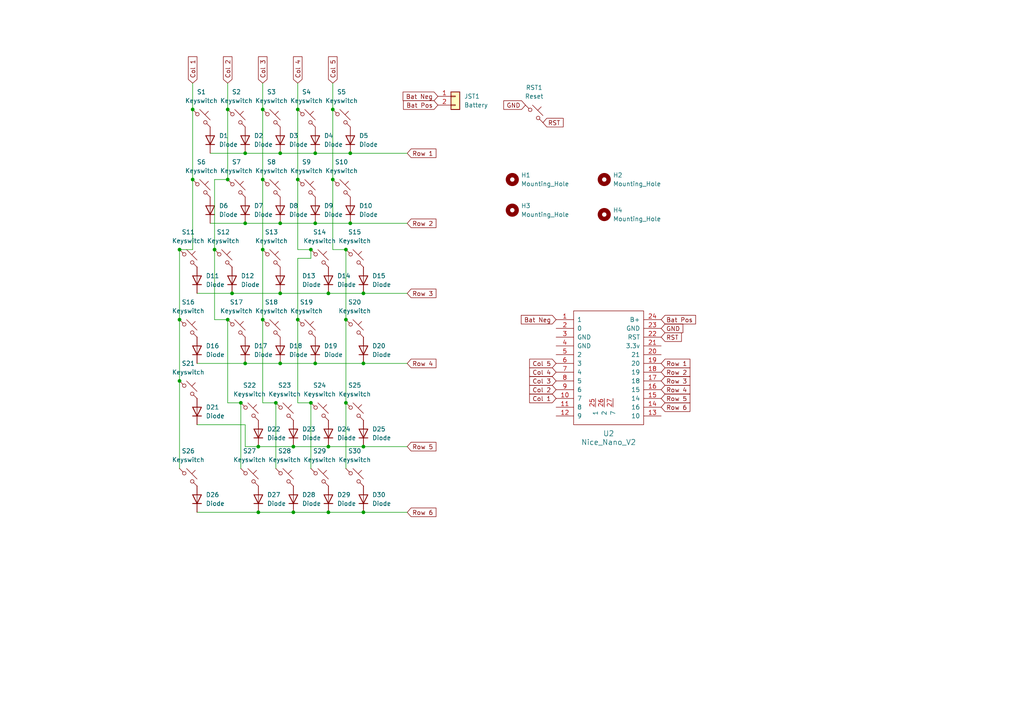
<source format=kicad_sch>
(kicad_sch
	(version 20231120)
	(generator "eeschema")
	(generator_version "8.0")
	(uuid "a9180592-49a0-4419-91ff-07907ed5cf13")
	(paper "A4")
	(lib_symbols
		(symbol "Connector_Generic:Conn_01x02"
			(pin_names
				(offset 1.016) hide)
			(exclude_from_sim no)
			(in_bom yes)
			(on_board yes)
			(property "Reference" "J"
				(at 0 2.54 0)
				(effects
					(font
						(size 1.27 1.27)
					)
				)
			)
			(property "Value" "Conn_01x02"
				(at 0 -5.08 0)
				(effects
					(font
						(size 1.27 1.27)
					)
				)
			)
			(property "Footprint" ""
				(at 0 0 0)
				(effects
					(font
						(size 1.27 1.27)
					)
					(hide yes)
				)
			)
			(property "Datasheet" "~"
				(at 0 0 0)
				(effects
					(font
						(size 1.27 1.27)
					)
					(hide yes)
				)
			)
			(property "Description" "Generic connector, single row, 01x02, script generated (kicad-library-utils/schlib/autogen/connector/)"
				(at 0 0 0)
				(effects
					(font
						(size 1.27 1.27)
					)
					(hide yes)
				)
			)
			(property "ki_keywords" "connector"
				(at 0 0 0)
				(effects
					(font
						(size 1.27 1.27)
					)
					(hide yes)
				)
			)
			(property "ki_fp_filters" "Connector*:*_1x??_*"
				(at 0 0 0)
				(effects
					(font
						(size 1.27 1.27)
					)
					(hide yes)
				)
			)
			(symbol "Conn_01x02_1_1"
				(rectangle
					(start -1.27 -2.413)
					(end 0 -2.667)
					(stroke
						(width 0.1524)
						(type default)
					)
					(fill
						(type none)
					)
				)
				(rectangle
					(start -1.27 0.127)
					(end 0 -0.127)
					(stroke
						(width 0.1524)
						(type default)
					)
					(fill
						(type none)
					)
				)
				(rectangle
					(start -1.27 1.27)
					(end 1.27 -3.81)
					(stroke
						(width 0.254)
						(type default)
					)
					(fill
						(type background)
					)
				)
				(pin passive line
					(at -5.08 0 0)
					(length 3.81)
					(name "Pin_1"
						(effects
							(font
								(size 1.27 1.27)
							)
						)
					)
					(number "1"
						(effects
							(font
								(size 1.27 1.27)
							)
						)
					)
				)
				(pin passive line
					(at -5.08 -2.54 0)
					(length 3.81)
					(name "Pin_2"
						(effects
							(font
								(size 1.27 1.27)
							)
						)
					)
					(number "2"
						(effects
							(font
								(size 1.27 1.27)
							)
						)
					)
				)
			)
		)
		(symbol "ScottoKeebs:MCU_Nice_Nano_V2"
			(pin_names
				(offset 1.016)
			)
			(exclude_from_sim no)
			(in_bom yes)
			(on_board yes)
			(property "Reference" "U"
				(at 0 0 0)
				(effects
					(font
						(size 1.524 1.524)
					)
				)
			)
			(property "Value" "Nice_Nano_V2"
				(at 0 -19.05 0)
				(effects
					(font
						(size 1.524 1.524)
					)
				)
			)
			(property "Footprint" "ScottoKeebs_MCU:Nice_Nano_V2"
				(at 0 -22.86 0)
				(effects
					(font
						(size 1.524 1.524)
					)
					(hide yes)
				)
			)
			(property "Datasheet" ""
				(at 26.67 -63.5 90)
				(effects
					(font
						(size 1.524 1.524)
					)
					(hide yes)
				)
			)
			(property "Description" ""
				(at 0 0 0)
				(effects
					(font
						(size 1.27 1.27)
					)
					(hide yes)
				)
			)
			(symbol "MCU_Nice_Nano_V2_0_1"
				(rectangle
					(start -10.16 16.51)
					(end 10.16 -16.51)
					(stroke
						(width 0)
						(type solid)
					)
					(fill
						(type none)
					)
				)
			)
			(symbol "MCU_Nice_Nano_V2_1_1"
				(pin input line
					(at -15.24 13.97 0)
					(length 5.08)
					(name "1"
						(effects
							(font
								(size 1.27 1.27)
							)
						)
					)
					(number "1"
						(effects
							(font
								(size 1.27 1.27)
							)
						)
					)
				)
				(pin input line
					(at -15.24 -8.89 0)
					(length 5.08)
					(name "7"
						(effects
							(font
								(size 1.27 1.27)
							)
						)
					)
					(number "10"
						(effects
							(font
								(size 1.27 1.27)
							)
						)
					)
				)
				(pin input line
					(at -15.24 -11.43 0)
					(length 5.08)
					(name "8"
						(effects
							(font
								(size 1.27 1.27)
							)
						)
					)
					(number "11"
						(effects
							(font
								(size 1.27 1.27)
							)
						)
					)
				)
				(pin input line
					(at -15.24 -13.97 0)
					(length 5.08)
					(name "9"
						(effects
							(font
								(size 1.27 1.27)
							)
						)
					)
					(number "12"
						(effects
							(font
								(size 1.27 1.27)
							)
						)
					)
				)
				(pin input line
					(at 15.24 -13.97 180)
					(length 5.08)
					(name "10"
						(effects
							(font
								(size 1.27 1.27)
							)
						)
					)
					(number "13"
						(effects
							(font
								(size 1.27 1.27)
							)
						)
					)
				)
				(pin input line
					(at 15.24 -11.43 180)
					(length 5.08)
					(name "16"
						(effects
							(font
								(size 1.27 1.27)
							)
						)
					)
					(number "14"
						(effects
							(font
								(size 1.27 1.27)
							)
						)
					)
				)
				(pin input line
					(at 15.24 -8.89 180)
					(length 5.08)
					(name "14"
						(effects
							(font
								(size 1.27 1.27)
							)
						)
					)
					(number "15"
						(effects
							(font
								(size 1.27 1.27)
							)
						)
					)
				)
				(pin input line
					(at 15.24 -6.35 180)
					(length 5.08)
					(name "15"
						(effects
							(font
								(size 1.27 1.27)
							)
						)
					)
					(number "16"
						(effects
							(font
								(size 1.27 1.27)
							)
						)
					)
				)
				(pin input line
					(at 15.24 -3.81 180)
					(length 5.08)
					(name "18"
						(effects
							(font
								(size 1.27 1.27)
							)
						)
					)
					(number "17"
						(effects
							(font
								(size 1.27 1.27)
							)
						)
					)
				)
				(pin input line
					(at 15.24 -1.27 180)
					(length 5.08)
					(name "19"
						(effects
							(font
								(size 1.27 1.27)
							)
						)
					)
					(number "18"
						(effects
							(font
								(size 1.27 1.27)
							)
						)
					)
				)
				(pin input line
					(at 15.24 1.27 180)
					(length 5.08)
					(name "20"
						(effects
							(font
								(size 1.27 1.27)
							)
						)
					)
					(number "19"
						(effects
							(font
								(size 1.27 1.27)
							)
						)
					)
				)
				(pin input line
					(at -15.24 11.43 0)
					(length 5.08)
					(name "0"
						(effects
							(font
								(size 1.27 1.27)
							)
						)
					)
					(number "2"
						(effects
							(font
								(size 1.27 1.27)
							)
						)
					)
				)
				(pin input line
					(at 15.24 3.81 180)
					(length 5.08)
					(name "21"
						(effects
							(font
								(size 1.27 1.27)
							)
						)
					)
					(number "20"
						(effects
							(font
								(size 1.27 1.27)
							)
						)
					)
				)
				(pin input line
					(at 15.24 6.35 180)
					(length 5.08)
					(name "3.3v"
						(effects
							(font
								(size 1.27 1.27)
							)
						)
					)
					(number "21"
						(effects
							(font
								(size 1.27 1.27)
							)
						)
					)
				)
				(pin input line
					(at 15.24 8.89 180)
					(length 5.08)
					(name "RST"
						(effects
							(font
								(size 1.27 1.27)
							)
						)
					)
					(number "22"
						(effects
							(font
								(size 1.27 1.27)
							)
						)
					)
				)
				(pin input line
					(at 15.24 11.43 180)
					(length 5.08)
					(name "GND"
						(effects
							(font
								(size 1.27 1.27)
							)
						)
					)
					(number "23"
						(effects
							(font
								(size 1.27 1.27)
							)
						)
					)
				)
				(pin input line
					(at 15.24 13.97 180)
					(length 5.08)
					(name "B+"
						(effects
							(font
								(size 1.27 1.27)
							)
						)
					)
					(number "24"
						(effects
							(font
								(size 1.27 1.27)
							)
						)
					)
				)
				(pin input line
					(at -3.81 -8.89 270)
					(length 2.5)
					(name "1"
						(effects
							(font
								(size 1.27 1.27)
							)
						)
					)
					(number "25"
						(effects
							(font
								(size 1.27 1.27)
							)
						)
					)
				)
				(pin input line
					(at -1.27 -8.89 270)
					(length 2.5)
					(name "2"
						(effects
							(font
								(size 1.27 1.27)
							)
						)
					)
					(number "26"
						(effects
							(font
								(size 1.27 1.27)
							)
						)
					)
				)
				(pin input line
					(at 1.27 -8.89 270)
					(length 2.5)
					(name "7"
						(effects
							(font
								(size 1.27 1.27)
							)
						)
					)
					(number "27"
						(effects
							(font
								(size 1.27 1.27)
							)
						)
					)
				)
				(pin input line
					(at -15.24 8.89 0)
					(length 5.08)
					(name "GND"
						(effects
							(font
								(size 1.27 1.27)
							)
						)
					)
					(number "3"
						(effects
							(font
								(size 1.27 1.27)
							)
						)
					)
				)
				(pin input line
					(at -15.24 6.35 0)
					(length 5.08)
					(name "GND"
						(effects
							(font
								(size 1.27 1.27)
							)
						)
					)
					(number "4"
						(effects
							(font
								(size 1.27 1.27)
							)
						)
					)
				)
				(pin input line
					(at -15.24 3.81 0)
					(length 5.08)
					(name "2"
						(effects
							(font
								(size 1.27 1.27)
							)
						)
					)
					(number "5"
						(effects
							(font
								(size 1.27 1.27)
							)
						)
					)
				)
				(pin input line
					(at -15.24 1.27 0)
					(length 5.08)
					(name "3"
						(effects
							(font
								(size 1.27 1.27)
							)
						)
					)
					(number "6"
						(effects
							(font
								(size 1.27 1.27)
							)
						)
					)
				)
				(pin input line
					(at -15.24 -1.27 0)
					(length 5.08)
					(name "4"
						(effects
							(font
								(size 1.27 1.27)
							)
						)
					)
					(number "7"
						(effects
							(font
								(size 1.27 1.27)
							)
						)
					)
				)
				(pin input line
					(at -15.24 -3.81 0)
					(length 5.08)
					(name "5"
						(effects
							(font
								(size 1.27 1.27)
							)
						)
					)
					(number "8"
						(effects
							(font
								(size 1.27 1.27)
							)
						)
					)
				)
				(pin input line
					(at -15.24 -6.35 0)
					(length 5.08)
					(name "6"
						(effects
							(font
								(size 1.27 1.27)
							)
						)
					)
					(number "9"
						(effects
							(font
								(size 1.27 1.27)
							)
						)
					)
				)
			)
		)
		(symbol "ScottoKeebs:Placeholder_Diode"
			(pin_numbers hide)
			(pin_names hide)
			(exclude_from_sim no)
			(in_bom yes)
			(on_board yes)
			(property "Reference" "D"
				(at 0 2.54 0)
				(effects
					(font
						(size 1.27 1.27)
					)
				)
			)
			(property "Value" "Diode"
				(at 0 -2.54 0)
				(effects
					(font
						(size 1.27 1.27)
					)
				)
			)
			(property "Footprint" ""
				(at 0 0 0)
				(effects
					(font
						(size 1.27 1.27)
					)
					(hide yes)
				)
			)
			(property "Datasheet" ""
				(at 0 0 0)
				(effects
					(font
						(size 1.27 1.27)
					)
					(hide yes)
				)
			)
			(property "Description" "1N4148 (DO-35) or 1N4148W (SOD-123)"
				(at 0 0 0)
				(effects
					(font
						(size 1.27 1.27)
					)
					(hide yes)
				)
			)
			(property "Sim.Device" "D"
				(at 0 0 0)
				(effects
					(font
						(size 1.27 1.27)
					)
					(hide yes)
				)
			)
			(property "Sim.Pins" "1=K 2=A"
				(at 0 0 0)
				(effects
					(font
						(size 1.27 1.27)
					)
					(hide yes)
				)
			)
			(property "ki_keywords" "diode"
				(at 0 0 0)
				(effects
					(font
						(size 1.27 1.27)
					)
					(hide yes)
				)
			)
			(property "ki_fp_filters" "D*DO?35*"
				(at 0 0 0)
				(effects
					(font
						(size 1.27 1.27)
					)
					(hide yes)
				)
			)
			(symbol "Placeholder_Diode_0_1"
				(polyline
					(pts
						(xy -1.27 1.27) (xy -1.27 -1.27)
					)
					(stroke
						(width 0.254)
						(type default)
					)
					(fill
						(type none)
					)
				)
				(polyline
					(pts
						(xy 1.27 0) (xy -1.27 0)
					)
					(stroke
						(width 0)
						(type default)
					)
					(fill
						(type none)
					)
				)
				(polyline
					(pts
						(xy 1.27 1.27) (xy 1.27 -1.27) (xy -1.27 0) (xy 1.27 1.27)
					)
					(stroke
						(width 0.254)
						(type default)
					)
					(fill
						(type none)
					)
				)
			)
			(symbol "Placeholder_Diode_1_1"
				(pin passive line
					(at -3.81 0 0)
					(length 2.54)
					(name "K"
						(effects
							(font
								(size 1.27 1.27)
							)
						)
					)
					(number "1"
						(effects
							(font
								(size 1.27 1.27)
							)
						)
					)
				)
				(pin passive line
					(at 3.81 0 180)
					(length 2.54)
					(name "A"
						(effects
							(font
								(size 1.27 1.27)
							)
						)
					)
					(number "2"
						(effects
							(font
								(size 1.27 1.27)
							)
						)
					)
				)
			)
		)
		(symbol "ScottoKeebs:Placeholder_Keyswitch"
			(pin_numbers hide)
			(pin_names
				(offset 1.016) hide)
			(exclude_from_sim no)
			(in_bom yes)
			(on_board yes)
			(property "Reference" "S"
				(at 3.048 1.016 0)
				(effects
					(font
						(size 1.27 1.27)
					)
					(justify left)
				)
			)
			(property "Value" "Keyswitch"
				(at 0 -3.81 0)
				(effects
					(font
						(size 1.27 1.27)
					)
				)
			)
			(property "Footprint" ""
				(at 0 0 0)
				(effects
					(font
						(size 1.27 1.27)
					)
					(hide yes)
				)
			)
			(property "Datasheet" "~"
				(at 0 0 0)
				(effects
					(font
						(size 1.27 1.27)
					)
					(hide yes)
				)
			)
			(property "Description" "Push button switch, normally open, two pins, 45° tilted"
				(at 0 0 0)
				(effects
					(font
						(size 1.27 1.27)
					)
					(hide yes)
				)
			)
			(property "ki_keywords" "switch normally-open pushbutton push-button"
				(at 0 0 0)
				(effects
					(font
						(size 1.27 1.27)
					)
					(hide yes)
				)
			)
			(symbol "Placeholder_Keyswitch_0_1"
				(circle
					(center -1.1684 1.1684)
					(radius 0.508)
					(stroke
						(width 0)
						(type default)
					)
					(fill
						(type none)
					)
				)
				(polyline
					(pts
						(xy -0.508 2.54) (xy 2.54 -0.508)
					)
					(stroke
						(width 0)
						(type default)
					)
					(fill
						(type none)
					)
				)
				(polyline
					(pts
						(xy 1.016 1.016) (xy 2.032 2.032)
					)
					(stroke
						(width 0)
						(type default)
					)
					(fill
						(type none)
					)
				)
				(polyline
					(pts
						(xy -2.54 2.54) (xy -1.524 1.524) (xy -1.524 1.524)
					)
					(stroke
						(width 0)
						(type default)
					)
					(fill
						(type none)
					)
				)
				(polyline
					(pts
						(xy 1.524 -1.524) (xy 2.54 -2.54) (xy 2.54 -2.54) (xy 2.54 -2.54)
					)
					(stroke
						(width 0)
						(type default)
					)
					(fill
						(type none)
					)
				)
				(circle
					(center 1.143 -1.1938)
					(radius 0.508)
					(stroke
						(width 0)
						(type default)
					)
					(fill
						(type none)
					)
				)
				(pin passive line
					(at -2.54 2.54 0)
					(length 0)
					(name "1"
						(effects
							(font
								(size 1.27 1.27)
							)
						)
					)
					(number "1"
						(effects
							(font
								(size 1.27 1.27)
							)
						)
					)
				)
				(pin passive line
					(at 2.54 -2.54 180)
					(length 0)
					(name "2"
						(effects
							(font
								(size 1.27 1.27)
							)
						)
					)
					(number "2"
						(effects
							(font
								(size 1.27 1.27)
							)
						)
					)
				)
			)
		)
		(symbol "ScottoKeebs:Placeholder_Mounting_Hole"
			(pin_names
				(offset 1.016)
			)
			(exclude_from_sim no)
			(in_bom yes)
			(on_board yes)
			(property "Reference" "H"
				(at 0 5.08 0)
				(effects
					(font
						(size 1.27 1.27)
					)
				)
			)
			(property "Value" "Mounting_Hole"
				(at 0 3.175 0)
				(effects
					(font
						(size 1.27 1.27)
					)
				)
			)
			(property "Footprint" ""
				(at 0 0 0)
				(effects
					(font
						(size 1.27 1.27)
					)
					(hide yes)
				)
			)
			(property "Datasheet" "~"
				(at 0 0 0)
				(effects
					(font
						(size 1.27 1.27)
					)
					(hide yes)
				)
			)
			(property "Description" "Mounting Hole without connection"
				(at 0 0 0)
				(effects
					(font
						(size 1.27 1.27)
					)
					(hide yes)
				)
			)
			(property "ki_keywords" "mounting hole"
				(at 0 0 0)
				(effects
					(font
						(size 1.27 1.27)
					)
					(hide yes)
				)
			)
			(property "ki_fp_filters" "MountingHole*"
				(at 0 0 0)
				(effects
					(font
						(size 1.27 1.27)
					)
					(hide yes)
				)
			)
			(symbol "Placeholder_Mounting_Hole_0_1"
				(circle
					(center 0 0)
					(radius 1.27)
					(stroke
						(width 1.27)
						(type default)
					)
					(fill
						(type none)
					)
				)
			)
		)
	)
	(junction
		(at 81.28 64.77)
		(diameter 0)
		(color 0 0 0 0)
		(uuid "0ce6fd13-8d49-4c8f-b1fa-f23f35a934d4")
	)
	(junction
		(at 80.01 116.84)
		(diameter 0)
		(color 0 0 0 0)
		(uuid "0cf97d04-e4d1-411f-8d92-1e6a4d04f9df")
	)
	(junction
		(at 95.25 85.09)
		(diameter 0)
		(color 0 0 0 0)
		(uuid "11121ac2-c559-4dd0-909a-541c5fc3c410")
	)
	(junction
		(at 91.44 64.77)
		(diameter 0)
		(color 0 0 0 0)
		(uuid "1cf93a79-a015-4156-b232-567937b3e212")
	)
	(junction
		(at 81.28 85.09)
		(diameter 0)
		(color 0 0 0 0)
		(uuid "1d9d8cad-bd31-4279-8c65-1e9ad83d1e5d")
	)
	(junction
		(at 74.93 148.59)
		(diameter 0)
		(color 0 0 0 0)
		(uuid "2fc2afe3-9efb-4f8b-8a51-dfb762329016")
	)
	(junction
		(at 90.17 116.84)
		(diameter 0)
		(color 0 0 0 0)
		(uuid "323ee523-3fe7-4422-83bb-16793583b9df")
	)
	(junction
		(at 105.41 105.41)
		(diameter 0)
		(color 0 0 0 0)
		(uuid "363ce494-790c-4959-9bb3-8c2cea1bb073")
	)
	(junction
		(at 91.44 105.41)
		(diameter 0)
		(color 0 0 0 0)
		(uuid "3a936b2d-5b56-409b-be5f-adcb1c651519")
	)
	(junction
		(at 52.07 72.39)
		(diameter 0)
		(color 0 0 0 0)
		(uuid "470c0085-b2fd-463f-b3a3-98e17a951b7d")
	)
	(junction
		(at 101.6 44.45)
		(diameter 0)
		(color 0 0 0 0)
		(uuid "4b33c0ad-fb97-4b06-919c-9e1f070bf614")
	)
	(junction
		(at 71.12 44.45)
		(diameter 0)
		(color 0 0 0 0)
		(uuid "4c52c647-26fd-4451-975a-e115f8aa9526")
	)
	(junction
		(at 66.04 52.07)
		(diameter 0)
		(color 0 0 0 0)
		(uuid "55585ae4-13f2-4f43-9348-b5e723c71160")
	)
	(junction
		(at 105.41 85.09)
		(diameter 0)
		(color 0 0 0 0)
		(uuid "57c1fd27-b8fd-452a-9e45-d8923a6ff8b0")
	)
	(junction
		(at 90.17 72.39)
		(diameter 0)
		(color 0 0 0 0)
		(uuid "57dafc4d-ed4a-4c31-900d-6abd12c3d050")
	)
	(junction
		(at 74.93 129.54)
		(diameter 0)
		(color 0 0 0 0)
		(uuid "59a9823c-c74f-4d44-957d-3e0ddb8030c3")
	)
	(junction
		(at 100.33 116.84)
		(diameter 0)
		(color 0 0 0 0)
		(uuid "5e99d6d8-8496-4f83-92ec-8a8d9914aa88")
	)
	(junction
		(at 101.6 64.77)
		(diameter 0)
		(color 0 0 0 0)
		(uuid "66502408-d3ed-4fed-88ce-c3eebca1b235")
	)
	(junction
		(at 105.41 148.59)
		(diameter 0)
		(color 0 0 0 0)
		(uuid "693b947c-6cad-4ca4-9039-3a6670bcaf05")
	)
	(junction
		(at 55.88 52.07)
		(diameter 0)
		(color 0 0 0 0)
		(uuid "76eae8f2-0472-4f58-9cc9-eb84e9950fed")
	)
	(junction
		(at 85.09 129.54)
		(diameter 0)
		(color 0 0 0 0)
		(uuid "86a892d3-d2af-43a1-9956-cef27d811e2b")
	)
	(junction
		(at 81.28 44.45)
		(diameter 0)
		(color 0 0 0 0)
		(uuid "91e2df1c-4cf8-4e8c-99e3-bf4c397475a8")
	)
	(junction
		(at 71.12 105.41)
		(diameter 0)
		(color 0 0 0 0)
		(uuid "9c9f3984-15db-497f-b0c4-230a3f09948f")
	)
	(junction
		(at 67.31 85.09)
		(diameter 0)
		(color 0 0 0 0)
		(uuid "9fbcf569-41fd-4c8f-b6f7-292a0c5b983f")
	)
	(junction
		(at 96.52 31.75)
		(diameter 0)
		(color 0 0 0 0)
		(uuid "a52a7314-8012-440c-8779-080936f5b875")
	)
	(junction
		(at 52.07 92.71)
		(diameter 0)
		(color 0 0 0 0)
		(uuid "a757b8de-5f59-4836-a6fa-b251f5615b28")
	)
	(junction
		(at 100.33 72.39)
		(diameter 0)
		(color 0 0 0 0)
		(uuid "ac211fab-3a3a-4cbf-8fe8-94de47a53b9b")
	)
	(junction
		(at 91.44 44.45)
		(diameter 0)
		(color 0 0 0 0)
		(uuid "ae4b3f4f-d5e2-4700-917b-489d845b5316")
	)
	(junction
		(at 76.2 52.07)
		(diameter 0)
		(color 0 0 0 0)
		(uuid "b1292515-ed47-4831-95a5-bbd5f2e418ec")
	)
	(junction
		(at 62.23 72.39)
		(diameter 0)
		(color 0 0 0 0)
		(uuid "b7d674ba-805e-4af6-9b0e-8a40d4f39e73")
	)
	(junction
		(at 86.36 52.07)
		(diameter 0)
		(color 0 0 0 0)
		(uuid "bbcb3ea2-1b1a-4138-995e-156bb7422b10")
	)
	(junction
		(at 85.09 148.59)
		(diameter 0)
		(color 0 0 0 0)
		(uuid "bea914f0-59f3-4783-8332-e9890fafd4a3")
	)
	(junction
		(at 95.25 148.59)
		(diameter 0)
		(color 0 0 0 0)
		(uuid "c1a768e9-e48b-4198-aeb3-4528a4e9b4e7")
	)
	(junction
		(at 71.12 64.77)
		(diameter 0)
		(color 0 0 0 0)
		(uuid "c2cab386-fc5e-46fb-a3ea-ce3b9e3feda5")
	)
	(junction
		(at 76.2 31.75)
		(diameter 0)
		(color 0 0 0 0)
		(uuid "c449ca55-e5dd-44ac-a266-7420ef02b680")
	)
	(junction
		(at 95.25 129.54)
		(diameter 0)
		(color 0 0 0 0)
		(uuid "c572e632-1813-43a1-ac36-b7c24862fe5f")
	)
	(junction
		(at 86.36 92.71)
		(diameter 0)
		(color 0 0 0 0)
		(uuid "c5be2089-1263-4029-8e0b-47b1ea067d0c")
	)
	(junction
		(at 66.04 92.71)
		(diameter 0)
		(color 0 0 0 0)
		(uuid "d40ebbe9-10f0-4318-b984-be4a7af6e23a")
	)
	(junction
		(at 76.2 72.39)
		(diameter 0)
		(color 0 0 0 0)
		(uuid "d7953fe3-00d7-4c9b-a789-0838752d2b6d")
	)
	(junction
		(at 86.36 31.75)
		(diameter 0)
		(color 0 0 0 0)
		(uuid "daae042b-1a81-43e8-9c87-bdbdbc1e2798")
	)
	(junction
		(at 96.52 52.07)
		(diameter 0)
		(color 0 0 0 0)
		(uuid "e1255c6b-09d3-40fa-a579-9e800314e3bd")
	)
	(junction
		(at 76.2 92.71)
		(diameter 0)
		(color 0 0 0 0)
		(uuid "e431573a-3035-4d96-bb26-2a43a1eaeb36")
	)
	(junction
		(at 66.04 31.75)
		(diameter 0)
		(color 0 0 0 0)
		(uuid "e7ee6a7f-bb47-43e0-aabf-4fe0b1f7defb")
	)
	(junction
		(at 55.88 31.75)
		(diameter 0)
		(color 0 0 0 0)
		(uuid "e803cc26-58c7-4b91-ac45-533e019b223c")
	)
	(junction
		(at 81.28 105.41)
		(diameter 0)
		(color 0 0 0 0)
		(uuid "e8839a82-6e5f-4262-8442-19c755d2256a")
	)
	(junction
		(at 105.41 129.54)
		(diameter 0)
		(color 0 0 0 0)
		(uuid "f4b1be28-3655-46f1-810b-d92df4245aaf")
	)
	(junction
		(at 69.85 116.84)
		(diameter 0)
		(color 0 0 0 0)
		(uuid "f7aee892-72e9-4718-bb1d-8e9f3c3396f6")
	)
	(junction
		(at 100.33 92.71)
		(diameter 0)
		(color 0 0 0 0)
		(uuid "f8716329-ebdb-4fa6-9dbe-0186ba014985")
	)
	(junction
		(at 52.07 110.49)
		(diameter 0)
		(color 0 0 0 0)
		(uuid "f95ca203-1854-4538-b514-d0b2501252b7")
	)
	(wire
		(pts
			(xy 96.52 31.75) (xy 96.52 52.07)
		)
		(stroke
			(width 0)
			(type default)
		)
		(uuid "03c7174a-a04f-434c-a0fe-48c9743bc947")
	)
	(wire
		(pts
			(xy 71.12 105.41) (xy 81.28 105.41)
		)
		(stroke
			(width 0)
			(type default)
		)
		(uuid "04ff62f4-3d4b-4a05-94ca-a9b1c82d43c3")
	)
	(wire
		(pts
			(xy 81.28 44.45) (xy 91.44 44.45)
		)
		(stroke
			(width 0)
			(type default)
		)
		(uuid "06dfade8-c9b2-4ecd-8515-7409d23b62aa")
	)
	(wire
		(pts
			(xy 86.36 92.71) (xy 86.36 116.84)
		)
		(stroke
			(width 0)
			(type default)
		)
		(uuid "07331e19-47fb-4947-8940-99be6b7731ab")
	)
	(wire
		(pts
			(xy 76.2 24.13) (xy 76.2 31.75)
		)
		(stroke
			(width 0)
			(type default)
		)
		(uuid "1193750a-be87-46a3-ab8b-8081cfa05df9")
	)
	(wire
		(pts
			(xy 96.52 72.39) (xy 100.33 72.39)
		)
		(stroke
			(width 0)
			(type default)
		)
		(uuid "135e43e2-efc9-40da-a278-b52f6ddf07bd")
	)
	(wire
		(pts
			(xy 118.11 44.45) (xy 101.6 44.45)
		)
		(stroke
			(width 0)
			(type default)
		)
		(uuid "1ac971ec-8429-47ef-a956-7e7d32fce360")
	)
	(wire
		(pts
			(xy 55.88 72.39) (xy 52.07 72.39)
		)
		(stroke
			(width 0)
			(type default)
		)
		(uuid "1e124a5c-0244-4a5c-93c7-4875ba1c6478")
	)
	(wire
		(pts
			(xy 55.88 24.13) (xy 55.88 31.75)
		)
		(stroke
			(width 0)
			(type default)
		)
		(uuid "2366c7ca-bbcb-49d9-b4e8-b7e140544542")
	)
	(wire
		(pts
			(xy 96.52 52.07) (xy 96.52 72.39)
		)
		(stroke
			(width 0)
			(type default)
		)
		(uuid "24a5dc53-bc3d-4f15-ac7c-11c45c1c979e")
	)
	(wire
		(pts
			(xy 86.36 24.13) (xy 86.36 31.75)
		)
		(stroke
			(width 0)
			(type default)
		)
		(uuid "267f6251-d181-4f02-96ea-3d5caa8432d8")
	)
	(wire
		(pts
			(xy 85.09 148.59) (xy 95.25 148.59)
		)
		(stroke
			(width 0)
			(type default)
		)
		(uuid "2d40e505-8030-4f0a-ab24-624a991e754e")
	)
	(wire
		(pts
			(xy 74.93 129.54) (xy 85.09 129.54)
		)
		(stroke
			(width 0)
			(type default)
		)
		(uuid "2dbc2652-7317-44c9-a19f-2e7519054cb1")
	)
	(wire
		(pts
			(xy 62.23 52.07) (xy 62.23 72.39)
		)
		(stroke
			(width 0)
			(type default)
		)
		(uuid "30fb6192-5c35-46af-b261-f702ca24d8d0")
	)
	(wire
		(pts
			(xy 76.2 31.75) (xy 76.2 52.07)
		)
		(stroke
			(width 0)
			(type default)
		)
		(uuid "31541dea-8b69-40ce-ae27-a9019540caad")
	)
	(wire
		(pts
			(xy 90.17 72.39) (xy 90.17 74.93)
		)
		(stroke
			(width 0)
			(type default)
		)
		(uuid "32f0c43f-9546-477c-9ebd-f88ac2b20e1b")
	)
	(wire
		(pts
			(xy 71.12 44.45) (xy 81.28 44.45)
		)
		(stroke
			(width 0)
			(type default)
		)
		(uuid "33c4b5e1-724a-43f0-aee7-5de7d1653c98")
	)
	(wire
		(pts
			(xy 57.15 148.59) (xy 74.93 148.59)
		)
		(stroke
			(width 0)
			(type default)
		)
		(uuid "33e42b29-6eb8-442f-bb5b-08788e8bfe5f")
	)
	(wire
		(pts
			(xy 81.28 105.41) (xy 91.44 105.41)
		)
		(stroke
			(width 0)
			(type default)
		)
		(uuid "388c3927-68c9-4221-aaa8-9bfb013fda13")
	)
	(wire
		(pts
			(xy 55.88 52.07) (xy 55.88 72.39)
		)
		(stroke
			(width 0)
			(type default)
		)
		(uuid "3c1dac51-fe60-414a-8702-1b29e80be90a")
	)
	(wire
		(pts
			(xy 52.07 92.71) (xy 52.07 110.49)
		)
		(stroke
			(width 0)
			(type default)
		)
		(uuid "4048fa78-6649-4e43-b20d-c947dfabfe1e")
	)
	(wire
		(pts
			(xy 91.44 64.77) (xy 101.6 64.77)
		)
		(stroke
			(width 0)
			(type default)
		)
		(uuid "411dec43-277f-41c7-830a-de9cdbf237b7")
	)
	(wire
		(pts
			(xy 90.17 74.93) (xy 86.36 74.93)
		)
		(stroke
			(width 0)
			(type default)
		)
		(uuid "44a8fea0-18d7-4a6d-a265-188bffb0bd13")
	)
	(wire
		(pts
			(xy 100.33 72.39) (xy 100.33 92.71)
		)
		(stroke
			(width 0)
			(type default)
		)
		(uuid "4787e8ba-5f56-4c2c-b208-efff08f4f10d")
	)
	(wire
		(pts
			(xy 76.2 72.39) (xy 76.2 92.71)
		)
		(stroke
			(width 0)
			(type default)
		)
		(uuid "515981fd-9243-439d-91f4-00a978bc034f")
	)
	(wire
		(pts
			(xy 71.12 129.54) (xy 74.93 129.54)
		)
		(stroke
			(width 0)
			(type default)
		)
		(uuid "599974af-3968-49ed-b727-ee11b4316a6d")
	)
	(wire
		(pts
			(xy 95.25 148.59) (xy 105.41 148.59)
		)
		(stroke
			(width 0)
			(type default)
		)
		(uuid "5a70f889-dce5-4de4-ae15-01dce3b1306b")
	)
	(wire
		(pts
			(xy 91.44 105.41) (xy 105.41 105.41)
		)
		(stroke
			(width 0)
			(type default)
		)
		(uuid "5addea36-cbe8-43a0-9d17-373ef22e5f51")
	)
	(wire
		(pts
			(xy 81.28 64.77) (xy 91.44 64.77)
		)
		(stroke
			(width 0)
			(type default)
		)
		(uuid "5e309c83-7c13-4675-b47b-ab1fdbb89a09")
	)
	(wire
		(pts
			(xy 55.88 31.75) (xy 55.88 52.07)
		)
		(stroke
			(width 0)
			(type default)
		)
		(uuid "609fae02-0be2-489f-bd31-1930f11d907f")
	)
	(wire
		(pts
			(xy 69.85 116.84) (xy 69.85 135.89)
		)
		(stroke
			(width 0)
			(type default)
		)
		(uuid "69c02d5a-288d-4187-ab2b-3db5e3f8dec6")
	)
	(wire
		(pts
			(xy 67.31 85.09) (xy 81.28 85.09)
		)
		(stroke
			(width 0)
			(type default)
		)
		(uuid "6c3a52e9-7576-4a9f-a803-0e917593e102")
	)
	(wire
		(pts
			(xy 118.11 64.77) (xy 101.6 64.77)
		)
		(stroke
			(width 0)
			(type default)
		)
		(uuid "701e45b1-dce7-4bff-940c-2f5cb1568d6e")
	)
	(wire
		(pts
			(xy 91.44 44.45) (xy 101.6 44.45)
		)
		(stroke
			(width 0)
			(type default)
		)
		(uuid "71c0536d-83f9-4a21-b8e4-0a058decedce")
	)
	(wire
		(pts
			(xy 86.36 72.39) (xy 90.17 72.39)
		)
		(stroke
			(width 0)
			(type default)
		)
		(uuid "738f9dd2-ed48-4995-95ac-b7bc27ac2be2")
	)
	(wire
		(pts
			(xy 118.11 85.09) (xy 105.41 85.09)
		)
		(stroke
			(width 0)
			(type default)
		)
		(uuid "788627c3-9414-4e63-818e-323ea5d0ae9f")
	)
	(wire
		(pts
			(xy 66.04 92.71) (xy 66.04 116.84)
		)
		(stroke
			(width 0)
			(type default)
		)
		(uuid "7b0c05b1-266f-4fae-81eb-f595d629d9f9")
	)
	(wire
		(pts
			(xy 118.11 148.59) (xy 105.41 148.59)
		)
		(stroke
			(width 0)
			(type default)
		)
		(uuid "824850f8-06f6-490e-bd61-9339b0228238")
	)
	(wire
		(pts
			(xy 80.01 116.84) (xy 80.01 135.89)
		)
		(stroke
			(width 0)
			(type default)
		)
		(uuid "82bac1a4-7179-45be-a9b0-883241fa78b0")
	)
	(wire
		(pts
			(xy 105.41 105.41) (xy 118.11 105.41)
		)
		(stroke
			(width 0)
			(type default)
		)
		(uuid "83ab4273-d0a3-4e2f-b042-6688a8fd7c4f")
	)
	(wire
		(pts
			(xy 66.04 24.13) (xy 66.04 31.75)
		)
		(stroke
			(width 0)
			(type default)
		)
		(uuid "876ee9cf-cb73-494b-9904-466cf9a997ec")
	)
	(wire
		(pts
			(xy 96.52 24.13) (xy 96.52 31.75)
		)
		(stroke
			(width 0)
			(type default)
		)
		(uuid "87c212db-2ac6-4cab-b11c-7d7bff5fc280")
	)
	(wire
		(pts
			(xy 90.17 116.84) (xy 90.17 135.89)
		)
		(stroke
			(width 0)
			(type default)
		)
		(uuid "8aee32e1-e319-45ec-b0f0-4469b9d3100a")
	)
	(wire
		(pts
			(xy 74.93 148.59) (xy 85.09 148.59)
		)
		(stroke
			(width 0)
			(type default)
		)
		(uuid "8e0fd747-452e-4f7b-9b8c-09d2049404e4")
	)
	(wire
		(pts
			(xy 86.36 116.84) (xy 90.17 116.84)
		)
		(stroke
			(width 0)
			(type default)
		)
		(uuid "8ff9f119-cb12-4680-b92f-dffffbd23db7")
	)
	(wire
		(pts
			(xy 57.15 105.41) (xy 71.12 105.41)
		)
		(stroke
			(width 0)
			(type default)
		)
		(uuid "929a0a45-7ce6-4dac-bb44-aad645288cb7")
	)
	(wire
		(pts
			(xy 95.25 85.09) (xy 105.41 85.09)
		)
		(stroke
			(width 0)
			(type default)
		)
		(uuid "934b8c00-5142-4bab-85f7-d5723ad9c806")
	)
	(wire
		(pts
			(xy 100.33 116.84) (xy 100.33 135.89)
		)
		(stroke
			(width 0)
			(type default)
		)
		(uuid "972af583-74cc-4827-a497-cdbd09145b27")
	)
	(wire
		(pts
			(xy 86.36 52.07) (xy 86.36 72.39)
		)
		(stroke
			(width 0)
			(type default)
		)
		(uuid "9c9bb31c-81d0-4e47-93a8-bea2c6fa8496")
	)
	(wire
		(pts
			(xy 62.23 72.39) (xy 62.23 92.71)
		)
		(stroke
			(width 0)
			(type default)
		)
		(uuid "a0e5a727-0cfb-4bc7-8abd-c1861ac0e746")
	)
	(wire
		(pts
			(xy 76.2 92.71) (xy 76.2 116.84)
		)
		(stroke
			(width 0)
			(type default)
		)
		(uuid "b9cc7ca1-8762-4b0d-9de3-7e73f0ee1743")
	)
	(wire
		(pts
			(xy 66.04 52.07) (xy 62.23 52.07)
		)
		(stroke
			(width 0)
			(type default)
		)
		(uuid "c13adaea-ca8c-4dda-bc25-fb67faf51328")
	)
	(wire
		(pts
			(xy 66.04 116.84) (xy 69.85 116.84)
		)
		(stroke
			(width 0)
			(type default)
		)
		(uuid "c201daaf-235e-4d3f-a16a-c350327c8f83")
	)
	(wire
		(pts
			(xy 57.15 123.19) (xy 71.12 123.19)
		)
		(stroke
			(width 0)
			(type default)
		)
		(uuid "c32ce3c8-cb6e-48a2-bc8d-09d26a00eab1")
	)
	(wire
		(pts
			(xy 95.25 129.54) (xy 105.41 129.54)
		)
		(stroke
			(width 0)
			(type default)
		)
		(uuid "cf5659a6-356c-4cb3-b3b7-6efe0e75d5a5")
	)
	(wire
		(pts
			(xy 52.07 110.49) (xy 52.07 135.89)
		)
		(stroke
			(width 0)
			(type default)
		)
		(uuid "d3e9e278-3d73-4fd4-a34c-0fc5c9918faf")
	)
	(wire
		(pts
			(xy 100.33 92.71) (xy 100.33 116.84)
		)
		(stroke
			(width 0)
			(type default)
		)
		(uuid "d575acc6-781d-4292-80a3-c98299557a00")
	)
	(wire
		(pts
			(xy 66.04 31.75) (xy 66.04 52.07)
		)
		(stroke
			(width 0)
			(type default)
		)
		(uuid "d59608a0-1fdd-413d-9c10-ccc6119ca85e")
	)
	(wire
		(pts
			(xy 71.12 123.19) (xy 71.12 129.54)
		)
		(stroke
			(width 0)
			(type default)
		)
		(uuid "d87de1f1-503c-4a93-b0a2-d414e639a0fc")
	)
	(wire
		(pts
			(xy 52.07 72.39) (xy 52.07 92.71)
		)
		(stroke
			(width 0)
			(type default)
		)
		(uuid "e019d044-95ab-4aaa-abc6-9f82f00d1c9c")
	)
	(wire
		(pts
			(xy 76.2 116.84) (xy 80.01 116.84)
		)
		(stroke
			(width 0)
			(type default)
		)
		(uuid "e38e2601-a4f2-4cfe-b1f3-a7185bdd05dd")
	)
	(wire
		(pts
			(xy 57.15 85.09) (xy 67.31 85.09)
		)
		(stroke
			(width 0)
			(type default)
		)
		(uuid "ea38d5ff-abc4-4e96-9594-675f30c96da2")
	)
	(wire
		(pts
			(xy 76.2 52.07) (xy 76.2 72.39)
		)
		(stroke
			(width 0)
			(type default)
		)
		(uuid "eb45005a-9160-44ab-9035-4bca2e59bb04")
	)
	(wire
		(pts
			(xy 62.23 92.71) (xy 66.04 92.71)
		)
		(stroke
			(width 0)
			(type default)
		)
		(uuid "ed60f91d-a4d4-4d46-a2e8-7e26452715db")
	)
	(wire
		(pts
			(xy 81.28 85.09) (xy 95.25 85.09)
		)
		(stroke
			(width 0)
			(type default)
		)
		(uuid "efe79c0a-b5c6-4847-8dbe-c581a96b5dce")
	)
	(wire
		(pts
			(xy 71.12 64.77) (xy 81.28 64.77)
		)
		(stroke
			(width 0)
			(type default)
		)
		(uuid "f1026909-7fe3-4470-8947-dba913c812bb")
	)
	(wire
		(pts
			(xy 86.36 31.75) (xy 86.36 52.07)
		)
		(stroke
			(width 0)
			(type default)
		)
		(uuid "f5849847-5646-4c1d-bdea-338b6bef1c10")
	)
	(wire
		(pts
			(xy 85.09 129.54) (xy 95.25 129.54)
		)
		(stroke
			(width 0)
			(type default)
		)
		(uuid "f71772ee-f817-4fe2-8d2f-c2b2939e9cdc")
	)
	(wire
		(pts
			(xy 60.96 44.45) (xy 71.12 44.45)
		)
		(stroke
			(width 0)
			(type default)
		)
		(uuid "f91cf3ef-5627-4a6b-9e20-7267f108d5b7")
	)
	(wire
		(pts
			(xy 118.11 129.54) (xy 105.41 129.54)
		)
		(stroke
			(width 0)
			(type default)
		)
		(uuid "fa83af81-8791-4727-a4e2-022680545994")
	)
	(wire
		(pts
			(xy 60.96 64.77) (xy 71.12 64.77)
		)
		(stroke
			(width 0)
			(type default)
		)
		(uuid "fbfc964a-d433-4748-8249-aba4d777936f")
	)
	(wire
		(pts
			(xy 86.36 74.93) (xy 86.36 92.71)
		)
		(stroke
			(width 0)
			(type default)
		)
		(uuid "fccc4024-aa3e-44fb-a064-0af6401e3d9b")
	)
	(global_label "Row 6"
		(shape input)
		(at 118.11 148.59 0)
		(fields_autoplaced yes)
		(effects
			(font
				(size 1.27 1.27)
			)
			(justify left)
		)
		(uuid "00817511-6645-4bc2-8ff5-7cf8aed2de7b")
		(property "Intersheetrefs" "${INTERSHEET_REFS}"
			(at 127.0218 148.59 0)
			(effects
				(font
					(size 1.27 1.27)
				)
				(justify left)
				(hide yes)
			)
		)
	)
	(global_label "Col 1"
		(shape input)
		(at 55.88 24.13 90)
		(fields_autoplaced yes)
		(effects
			(font
				(size 1.27 1.27)
			)
			(justify left)
		)
		(uuid "067cdb44-9842-47a4-a8ad-0d702173afe8")
		(property "Intersheetrefs" "${INTERSHEET_REFS}"
			(at 55.88 15.8835 90)
			(effects
				(font
					(size 1.27 1.27)
				)
				(justify left)
				(hide yes)
			)
		)
	)
	(global_label "Row 1"
		(shape input)
		(at 118.11 44.45 0)
		(fields_autoplaced yes)
		(effects
			(font
				(size 1.27 1.27)
			)
			(justify left)
		)
		(uuid "1586e1f5-85b6-4c99-9489-1800527940c6")
		(property "Intersheetrefs" "${INTERSHEET_REFS}"
			(at 127.0218 44.45 0)
			(effects
				(font
					(size 1.27 1.27)
				)
				(justify left)
				(hide yes)
			)
		)
	)
	(global_label "GND"
		(shape input)
		(at 152.4 30.48 180)
		(fields_autoplaced yes)
		(effects
			(font
				(size 1.27 1.27)
			)
			(justify right)
		)
		(uuid "23400a83-dfa9-45f5-8c3d-a430cea14a98")
		(property "Intersheetrefs" "${INTERSHEET_REFS}"
			(at 145.5443 30.48 0)
			(effects
				(font
					(size 1.27 1.27)
				)
				(justify right)
				(hide yes)
			)
		)
	)
	(global_label "Col 2"
		(shape input)
		(at 66.04 24.13 90)
		(fields_autoplaced yes)
		(effects
			(font
				(size 1.27 1.27)
			)
			(justify left)
		)
		(uuid "2ee75995-4068-4746-8ab1-e8e8ec06f9ac")
		(property "Intersheetrefs" "${INTERSHEET_REFS}"
			(at 66.04 15.8835 90)
			(effects
				(font
					(size 1.27 1.27)
				)
				(justify left)
				(hide yes)
			)
		)
	)
	(global_label "Col 4"
		(shape input)
		(at 86.36 24.13 90)
		(fields_autoplaced yes)
		(effects
			(font
				(size 1.27 1.27)
			)
			(justify left)
		)
		(uuid "36949516-37cd-4a18-ab98-499364ac4756")
		(property "Intersheetrefs" "${INTERSHEET_REFS}"
			(at 86.36 15.8835 90)
			(effects
				(font
					(size 1.27 1.27)
				)
				(justify left)
				(hide yes)
			)
		)
	)
	(global_label "Row 2"
		(shape input)
		(at 191.77 107.95 0)
		(fields_autoplaced yes)
		(effects
			(font
				(size 1.27 1.27)
			)
			(justify left)
		)
		(uuid "3b44a087-b955-46d4-8fb3-a537c6ce6ce5")
		(property "Intersheetrefs" "${INTERSHEET_REFS}"
			(at 200.6818 107.95 0)
			(effects
				(font
					(size 1.27 1.27)
				)
				(justify left)
				(hide yes)
			)
		)
	)
	(global_label "Row 2"
		(shape input)
		(at 118.11 64.77 0)
		(fields_autoplaced yes)
		(effects
			(font
				(size 1.27 1.27)
			)
			(justify left)
		)
		(uuid "53163b5b-0804-41e6-b891-3c93d14ad6cb")
		(property "Intersheetrefs" "${INTERSHEET_REFS}"
			(at 127.0218 64.77 0)
			(effects
				(font
					(size 1.27 1.27)
				)
				(justify left)
				(hide yes)
			)
		)
	)
	(global_label "Col 5"
		(shape input)
		(at 161.29 105.41 180)
		(fields_autoplaced yes)
		(effects
			(font
				(size 1.27 1.27)
			)
			(justify right)
		)
		(uuid "5351a0d2-d4b8-4310-8bca-fb5a2470e771")
		(property "Intersheetrefs" "${INTERSHEET_REFS}"
			(at 153.0435 105.41 0)
			(effects
				(font
					(size 1.27 1.27)
				)
				(justify right)
				(hide yes)
			)
		)
	)
	(global_label "Col 3"
		(shape input)
		(at 161.29 110.49 180)
		(fields_autoplaced yes)
		(effects
			(font
				(size 1.27 1.27)
			)
			(justify right)
		)
		(uuid "6b8b6d5a-2542-4247-8588-fc11909e7744")
		(property "Intersheetrefs" "${INTERSHEET_REFS}"
			(at 153.0435 110.49 0)
			(effects
				(font
					(size 1.27 1.27)
				)
				(justify right)
				(hide yes)
			)
		)
	)
	(global_label "Row 5"
		(shape input)
		(at 118.11 129.54 0)
		(fields_autoplaced yes)
		(effects
			(font
				(size 1.27 1.27)
			)
			(justify left)
		)
		(uuid "7258fc6f-7197-47fb-821e-f757b62a5dfd")
		(property "Intersheetrefs" "${INTERSHEET_REFS}"
			(at 127.0218 129.54 0)
			(effects
				(font
					(size 1.27 1.27)
				)
				(justify left)
				(hide yes)
			)
		)
	)
	(global_label "Col 5"
		(shape input)
		(at 96.52 24.13 90)
		(fields_autoplaced yes)
		(effects
			(font
				(size 1.27 1.27)
			)
			(justify left)
		)
		(uuid "728d36e7-7b73-42aa-8cef-5e3dd70519e8")
		(property "Intersheetrefs" "${INTERSHEET_REFS}"
			(at 96.52 15.8835 90)
			(effects
				(font
					(size 1.27 1.27)
				)
				(justify left)
				(hide yes)
			)
		)
	)
	(global_label "Bat Pos"
		(shape input)
		(at 127 30.48 180)
		(fields_autoplaced yes)
		(effects
			(font
				(size 1.27 1.27)
			)
			(justify right)
		)
		(uuid "8e7cd9b7-d024-433e-811b-1fe26c651e02")
		(property "Intersheetrefs" "${INTERSHEET_REFS}"
			(at 116.4554 30.48 0)
			(effects
				(font
					(size 1.27 1.27)
				)
				(justify right)
				(hide yes)
			)
		)
	)
	(global_label "Row 3"
		(shape input)
		(at 118.11 85.09 0)
		(fields_autoplaced yes)
		(effects
			(font
				(size 1.27 1.27)
			)
			(justify left)
		)
		(uuid "b78e4db0-c0e6-41d0-89bb-5a1a90fc20f7")
		(property "Intersheetrefs" "${INTERSHEET_REFS}"
			(at 127.0218 85.09 0)
			(effects
				(font
					(size 1.27 1.27)
				)
				(justify left)
				(hide yes)
			)
		)
	)
	(global_label "Bat Neg"
		(shape input)
		(at 127 27.94 180)
		(fields_autoplaced yes)
		(effects
			(font
				(size 1.27 1.27)
			)
			(justify right)
		)
		(uuid "b891da4c-7be0-4253-a51f-19b9dcfb8acc")
		(property "Intersheetrefs" "${INTERSHEET_REFS}"
			(at 116.3344 27.94 0)
			(effects
				(font
					(size 1.27 1.27)
				)
				(justify right)
				(hide yes)
			)
		)
	)
	(global_label "Row 4"
		(shape input)
		(at 118.11 105.41 0)
		(fields_autoplaced yes)
		(effects
			(font
				(size 1.27 1.27)
			)
			(justify left)
		)
		(uuid "bb0d2a50-5bab-4d85-a49c-fee576d298d1")
		(property "Intersheetrefs" "${INTERSHEET_REFS}"
			(at 127.0218 105.41 0)
			(effects
				(font
					(size 1.27 1.27)
				)
				(justify left)
				(hide yes)
			)
		)
	)
	(global_label "Col 1"
		(shape input)
		(at 161.29 115.57 180)
		(fields_autoplaced yes)
		(effects
			(font
				(size 1.27 1.27)
			)
			(justify right)
		)
		(uuid "bcb64dbd-ee3d-49b7-b676-82fe9ada8657")
		(property "Intersheetrefs" "${INTERSHEET_REFS}"
			(at 153.0435 115.57 0)
			(effects
				(font
					(size 1.27 1.27)
				)
				(justify right)
				(hide yes)
			)
		)
	)
	(global_label "RST"
		(shape input)
		(at 191.77 97.79 0)
		(fields_autoplaced yes)
		(effects
			(font
				(size 1.27 1.27)
			)
			(justify left)
		)
		(uuid "bd601968-cfe8-495a-a04c-f50aba45670e")
		(property "Intersheetrefs" "${INTERSHEET_REFS}"
			(at 198.2023 97.79 0)
			(effects
				(font
					(size 1.27 1.27)
				)
				(justify left)
				(hide yes)
			)
		)
	)
	(global_label "Row 5"
		(shape input)
		(at 191.77 115.57 0)
		(fields_autoplaced yes)
		(effects
			(font
				(size 1.27 1.27)
			)
			(justify left)
		)
		(uuid "bd9ecd8f-8c09-437a-863f-3b8e5be952b8")
		(property "Intersheetrefs" "${INTERSHEET_REFS}"
			(at 200.6818 115.57 0)
			(effects
				(font
					(size 1.27 1.27)
				)
				(justify left)
				(hide yes)
			)
		)
	)
	(global_label "Bat Pos"
		(shape input)
		(at 191.77 92.71 0)
		(fields_autoplaced yes)
		(effects
			(font
				(size 1.27 1.27)
			)
			(justify left)
		)
		(uuid "bfbfc952-7e78-43c0-bc69-786cbd57f8ee")
		(property "Intersheetrefs" "${INTERSHEET_REFS}"
			(at 202.3146 92.71 0)
			(effects
				(font
					(size 1.27 1.27)
				)
				(justify left)
				(hide yes)
			)
		)
	)
	(global_label "Bat Neg"
		(shape input)
		(at 161.29 92.71 180)
		(fields_autoplaced yes)
		(effects
			(font
				(size 1.27 1.27)
			)
			(justify right)
		)
		(uuid "c01a0e25-de62-4f91-a1ae-c665fc03a3ed")
		(property "Intersheetrefs" "${INTERSHEET_REFS}"
			(at 150.6244 92.71 0)
			(effects
				(font
					(size 1.27 1.27)
				)
				(justify right)
				(hide yes)
			)
		)
	)
	(global_label "Col 3"
		(shape input)
		(at 76.2 24.13 90)
		(fields_autoplaced yes)
		(effects
			(font
				(size 1.27 1.27)
			)
			(justify left)
		)
		(uuid "c7c31f43-9b3c-49c3-b3b7-e4330e946992")
		(property "Intersheetrefs" "${INTERSHEET_REFS}"
			(at 76.2 15.8835 90)
			(effects
				(font
					(size 1.27 1.27)
				)
				(justify left)
				(hide yes)
			)
		)
	)
	(global_label "Row 3"
		(shape input)
		(at 191.77 110.49 0)
		(fields_autoplaced yes)
		(effects
			(font
				(size 1.27 1.27)
			)
			(justify left)
		)
		(uuid "c92acdbe-2c5b-405c-a03c-e50360dc81b3")
		(property "Intersheetrefs" "${INTERSHEET_REFS}"
			(at 200.6818 110.49 0)
			(effects
				(font
					(size 1.27 1.27)
				)
				(justify left)
				(hide yes)
			)
		)
	)
	(global_label "Col 4"
		(shape input)
		(at 161.29 107.95 180)
		(fields_autoplaced yes)
		(effects
			(font
				(size 1.27 1.27)
			)
			(justify right)
		)
		(uuid "cb34425e-bc37-4fc6-bde4-c6b883c95f0d")
		(property "Intersheetrefs" "${INTERSHEET_REFS}"
			(at 153.0435 107.95 0)
			(effects
				(font
					(size 1.27 1.27)
				)
				(justify right)
				(hide yes)
			)
		)
	)
	(global_label "Row 6"
		(shape input)
		(at 191.77 118.11 0)
		(fields_autoplaced yes)
		(effects
			(font
				(size 1.27 1.27)
			)
			(justify left)
		)
		(uuid "d6ecb3f7-eeb8-4e47-93e2-233b85fb96df")
		(property "Intersheetrefs" "${INTERSHEET_REFS}"
			(at 200.6818 118.11 0)
			(effects
				(font
					(size 1.27 1.27)
				)
				(justify left)
				(hide yes)
			)
		)
	)
	(global_label "RST"
		(shape input)
		(at 157.48 35.56 0)
		(fields_autoplaced yes)
		(effects
			(font
				(size 1.27 1.27)
			)
			(justify left)
		)
		(uuid "dae1ae83-943a-444d-bfde-47ba9a4213f4")
		(property "Intersheetrefs" "${INTERSHEET_REFS}"
			(at 163.9123 35.56 0)
			(effects
				(font
					(size 1.27 1.27)
				)
				(justify left)
				(hide yes)
			)
		)
	)
	(global_label "Row 4"
		(shape input)
		(at 191.77 113.03 0)
		(fields_autoplaced yes)
		(effects
			(font
				(size 1.27 1.27)
			)
			(justify left)
		)
		(uuid "f18f2547-7e80-4115-ac69-3a4c11b6fdb7")
		(property "Intersheetrefs" "${INTERSHEET_REFS}"
			(at 200.6818 113.03 0)
			(effects
				(font
					(size 1.27 1.27)
				)
				(justify left)
				(hide yes)
			)
		)
	)
	(global_label "GND"
		(shape input)
		(at 191.77 95.25 0)
		(fields_autoplaced yes)
		(effects
			(font
				(size 1.27 1.27)
			)
			(justify left)
		)
		(uuid "f289026a-8741-40ca-8731-3cd764bb509d")
		(property "Intersheetrefs" "${INTERSHEET_REFS}"
			(at 198.6257 95.25 0)
			(effects
				(font
					(size 1.27 1.27)
				)
				(justify left)
				(hide yes)
			)
		)
	)
	(global_label "Col 2"
		(shape input)
		(at 161.29 113.03 180)
		(fields_autoplaced yes)
		(effects
			(font
				(size 1.27 1.27)
			)
			(justify right)
		)
		(uuid "f525936e-0c42-469c-8b30-d5a35ac00d52")
		(property "Intersheetrefs" "${INTERSHEET_REFS}"
			(at 153.0435 113.03 0)
			(effects
				(font
					(size 1.27 1.27)
				)
				(justify right)
				(hide yes)
			)
		)
	)
	(global_label "Row 1"
		(shape input)
		(at 191.77 105.41 0)
		(fields_autoplaced yes)
		(effects
			(font
				(size 1.27 1.27)
			)
			(justify left)
		)
		(uuid "f5a0bdd9-4aa3-42ad-a699-80b148e2d5ea")
		(property "Intersheetrefs" "${INTERSHEET_REFS}"
			(at 200.6818 105.41 0)
			(effects
				(font
					(size 1.27 1.27)
				)
				(justify left)
				(hide yes)
			)
		)
	)
	(symbol
		(lib_id "ScottoKeebs:Placeholder_Diode")
		(at 91.44 60.96 90)
		(unit 1)
		(exclude_from_sim no)
		(in_bom yes)
		(on_board yes)
		(dnp no)
		(fields_autoplaced yes)
		(uuid "0758a75e-ed80-4fc3-b7b3-1c886254f2b3")
		(property "Reference" "D9"
			(at 93.98 59.6899 90)
			(effects
				(font
					(size 1.27 1.27)
				)
				(justify right)
			)
		)
		(property "Value" "Diode"
			(at 93.98 62.2299 90)
			(effects
				(font
					(size 1.27 1.27)
				)
				(justify right)
			)
		)
		(property "Footprint" "ScottoKeebs_Components:Diode_DO-35"
			(at 91.44 60.96 0)
			(effects
				(font
					(size 1.27 1.27)
				)
				(hide yes)
			)
		)
		(property "Datasheet" ""
			(at 91.44 60.96 0)
			(effects
				(font
					(size 1.27 1.27)
				)
				(hide yes)
			)
		)
		(property "Description" "1N4148 (DO-35) or 1N4148W (SOD-123)"
			(at 91.44 60.96 0)
			(effects
				(font
					(size 1.27 1.27)
				)
				(hide yes)
			)
		)
		(property "Sim.Device" "D"
			(at 91.44 60.96 0)
			(effects
				(font
					(size 1.27 1.27)
				)
				(hide yes)
			)
		)
		(property "Sim.Pins" "1=K 2=A"
			(at 91.44 60.96 0)
			(effects
				(font
					(size 1.27 1.27)
				)
				(hide yes)
			)
		)
		(pin "2"
			(uuid "ef240c85-e098-4881-8ba3-0e1c700e4b69")
		)
		(pin "1"
			(uuid "3e4b3713-0870-4398-bec0-3c7e30e60a5d")
		)
		(instances
			(project "TackyClack1"
				(path "/a9180592-49a0-4419-91ff-07907ed5cf13"
					(reference "D9")
					(unit 1)
				)
			)
		)
	)
	(symbol
		(lib_id "ScottoKeebs:Placeholder_Keyswitch")
		(at 54.61 138.43 0)
		(unit 1)
		(exclude_from_sim no)
		(in_bom yes)
		(on_board yes)
		(dnp no)
		(fields_autoplaced yes)
		(uuid "0c6c8df6-d566-4cc3-bcf5-93dd4f457d03")
		(property "Reference" "S26"
			(at 54.61 130.81 0)
			(effects
				(font
					(size 1.27 1.27)
				)
			)
		)
		(property "Value" "Keyswitch"
			(at 54.61 133.35 0)
			(effects
				(font
					(size 1.27 1.27)
				)
			)
		)
		(property "Footprint" "ScottoKeebs_Hotswap:Hotswap_Choc_V1_1.00u"
			(at 54.61 138.43 0)
			(effects
				(font
					(size 1.27 1.27)
				)
				(hide yes)
			)
		)
		(property "Datasheet" "~"
			(at 54.61 138.43 0)
			(effects
				(font
					(size 1.27 1.27)
				)
				(hide yes)
			)
		)
		(property "Description" "Push button switch, normally open, two pins, 45° tilted"
			(at 54.61 138.43 0)
			(effects
				(font
					(size 1.27 1.27)
				)
				(hide yes)
			)
		)
		(pin "2"
			(uuid "223b23b1-f769-4688-b6bf-5826ac3a6e16")
		)
		(pin "1"
			(uuid "5c0349ef-89b8-4f06-8a44-41607a6a0b79")
		)
		(instances
			(project "TackyClack1"
				(path "/a9180592-49a0-4419-91ff-07907ed5cf13"
					(reference "S26")
					(unit 1)
				)
			)
		)
	)
	(symbol
		(lib_id "ScottoKeebs:Placeholder_Diode")
		(at 57.15 81.28 90)
		(unit 1)
		(exclude_from_sim no)
		(in_bom yes)
		(on_board yes)
		(dnp no)
		(fields_autoplaced yes)
		(uuid "0ce18f57-351b-41ae-b874-1935f2e47447")
		(property "Reference" "D11"
			(at 59.69 80.0099 90)
			(effects
				(font
					(size 1.27 1.27)
				)
				(justify right)
			)
		)
		(property "Value" "Diode"
			(at 59.69 82.5499 90)
			(effects
				(font
					(size 1.27 1.27)
				)
				(justify right)
			)
		)
		(property "Footprint" "ScottoKeebs_Components:Diode_DO-35"
			(at 57.15 81.28 0)
			(effects
				(font
					(size 1.27 1.27)
				)
				(hide yes)
			)
		)
		(property "Datasheet" ""
			(at 57.15 81.28 0)
			(effects
				(font
					(size 1.27 1.27)
				)
				(hide yes)
			)
		)
		(property "Description" "1N4148 (DO-35) or 1N4148W (SOD-123)"
			(at 57.15 81.28 0)
			(effects
				(font
					(size 1.27 1.27)
				)
				(hide yes)
			)
		)
		(property "Sim.Device" "D"
			(at 57.15 81.28 0)
			(effects
				(font
					(size 1.27 1.27)
				)
				(hide yes)
			)
		)
		(property "Sim.Pins" "1=K 2=A"
			(at 57.15 81.28 0)
			(effects
				(font
					(size 1.27 1.27)
				)
				(hide yes)
			)
		)
		(pin "2"
			(uuid "790237ad-a70f-41d8-9808-096f5ad3ee6b")
		)
		(pin "1"
			(uuid "187d560d-4850-4652-aae4-4f086d0101b3")
		)
		(instances
			(project "TackyClack1"
				(path "/a9180592-49a0-4419-91ff-07907ed5cf13"
					(reference "D11")
					(unit 1)
				)
			)
		)
	)
	(symbol
		(lib_id "ScottoKeebs:Placeholder_Diode")
		(at 85.09 125.73 90)
		(unit 1)
		(exclude_from_sim no)
		(in_bom yes)
		(on_board yes)
		(dnp no)
		(fields_autoplaced yes)
		(uuid "0d0f79c1-7c2f-4c89-bb95-97cc1b48a865")
		(property "Reference" "D23"
			(at 87.63 124.4599 90)
			(effects
				(font
					(size 1.27 1.27)
				)
				(justify right)
			)
		)
		(property "Value" "Diode"
			(at 87.63 126.9999 90)
			(effects
				(font
					(size 1.27 1.27)
				)
				(justify right)
			)
		)
		(property "Footprint" "ScottoKeebs_Components:Diode_DO-35"
			(at 85.09 125.73 0)
			(effects
				(font
					(size 1.27 1.27)
				)
				(hide yes)
			)
		)
		(property "Datasheet" ""
			(at 85.09 125.73 0)
			(effects
				(font
					(size 1.27 1.27)
				)
				(hide yes)
			)
		)
		(property "Description" "1N4148 (DO-35) or 1N4148W (SOD-123)"
			(at 85.09 125.73 0)
			(effects
				(font
					(size 1.27 1.27)
				)
				(hide yes)
			)
		)
		(property "Sim.Device" "D"
			(at 85.09 125.73 0)
			(effects
				(font
					(size 1.27 1.27)
				)
				(hide yes)
			)
		)
		(property "Sim.Pins" "1=K 2=A"
			(at 85.09 125.73 0)
			(effects
				(font
					(size 1.27 1.27)
				)
				(hide yes)
			)
		)
		(pin "2"
			(uuid "40bcadbf-84ef-4034-8ef6-bf4b2ced3a55")
		)
		(pin "1"
			(uuid "20b5ad06-38d7-485e-9f12-af26f63eb52f")
		)
		(instances
			(project "TackyClack1"
				(path "/a9180592-49a0-4419-91ff-07907ed5cf13"
					(reference "D23")
					(unit 1)
				)
			)
		)
	)
	(symbol
		(lib_id "ScottoKeebs:Placeholder_Keyswitch")
		(at 102.87 74.93 0)
		(unit 1)
		(exclude_from_sim no)
		(in_bom yes)
		(on_board yes)
		(dnp no)
		(fields_autoplaced yes)
		(uuid "0d11c622-8db0-4955-9c9c-ba085d9c452e")
		(property "Reference" "S15"
			(at 102.87 67.31 0)
			(effects
				(font
					(size 1.27 1.27)
				)
			)
		)
		(property "Value" "Keyswitch"
			(at 102.87 69.85 0)
			(effects
				(font
					(size 1.27 1.27)
				)
			)
		)
		(property "Footprint" "ScottoKeebs_Hotswap:Hotswap_MX_1.50u"
			(at 102.87 74.93 0)
			(effects
				(font
					(size 1.27 1.27)
				)
				(hide yes)
			)
		)
		(property "Datasheet" "~"
			(at 102.87 74.93 0)
			(effects
				(font
					(size 1.27 1.27)
				)
				(hide yes)
			)
		)
		(property "Description" "Push button switch, normally open, two pins, 45° tilted"
			(at 102.87 74.93 0)
			(effects
				(font
					(size 1.27 1.27)
				)
				(hide yes)
			)
		)
		(pin "2"
			(uuid "fe0aa1c6-7810-4bb0-841d-9904f8a620af")
		)
		(pin "1"
			(uuid "ed3a5839-5b10-4bbd-bcb6-b85091b95a0e")
		)
		(instances
			(project "TackyClack1"
				(path "/a9180592-49a0-4419-91ff-07907ed5cf13"
					(reference "S15")
					(unit 1)
				)
			)
		)
	)
	(symbol
		(lib_id "ScottoKeebs:Placeholder_Diode")
		(at 71.12 40.64 90)
		(unit 1)
		(exclude_from_sim no)
		(in_bom yes)
		(on_board yes)
		(dnp no)
		(fields_autoplaced yes)
		(uuid "0df9a32b-f316-45d4-91b9-b09f528882de")
		(property "Reference" "D2"
			(at 73.66 39.3699 90)
			(effects
				(font
					(size 1.27 1.27)
				)
				(justify right)
			)
		)
		(property "Value" "Diode"
			(at 73.66 41.9099 90)
			(effects
				(font
					(size 1.27 1.27)
				)
				(justify right)
			)
		)
		(property "Footprint" "ScottoKeebs_Components:Diode_DO-35"
			(at 71.12 40.64 0)
			(effects
				(font
					(size 1.27 1.27)
				)
				(hide yes)
			)
		)
		(property "Datasheet" ""
			(at 71.12 40.64 0)
			(effects
				(font
					(size 1.27 1.27)
				)
				(hide yes)
			)
		)
		(property "Description" "1N4148 (DO-35) or 1N4148W (SOD-123)"
			(at 71.12 40.64 0)
			(effects
				(font
					(size 1.27 1.27)
				)
				(hide yes)
			)
		)
		(property "Sim.Device" "D"
			(at 71.12 40.64 0)
			(effects
				(font
					(size 1.27 1.27)
				)
				(hide yes)
			)
		)
		(property "Sim.Pins" "1=K 2=A"
			(at 71.12 40.64 0)
			(effects
				(font
					(size 1.27 1.27)
				)
				(hide yes)
			)
		)
		(pin "2"
			(uuid "98ef8706-52d8-4240-849c-a2df5d561150")
		)
		(pin "1"
			(uuid "10370e24-85e4-48c2-84fa-1eda2e8deb39")
		)
		(instances
			(project "TackyClack1"
				(path "/a9180592-49a0-4419-91ff-07907ed5cf13"
					(reference "D2")
					(unit 1)
				)
			)
		)
	)
	(symbol
		(lib_id "ScottoKeebs:Placeholder_Diode")
		(at 57.15 101.6 90)
		(unit 1)
		(exclude_from_sim no)
		(in_bom yes)
		(on_board yes)
		(dnp no)
		(fields_autoplaced yes)
		(uuid "0f0db7d7-5c27-4199-a17a-8328ab097160")
		(property "Reference" "D16"
			(at 59.69 100.3299 90)
			(effects
				(font
					(size 1.27 1.27)
				)
				(justify right)
			)
		)
		(property "Value" "Diode"
			(at 59.69 102.8699 90)
			(effects
				(font
					(size 1.27 1.27)
				)
				(justify right)
			)
		)
		(property "Footprint" "ScottoKeebs_Components:Diode_DO-35"
			(at 57.15 101.6 0)
			(effects
				(font
					(size 1.27 1.27)
				)
				(hide yes)
			)
		)
		(property "Datasheet" ""
			(at 57.15 101.6 0)
			(effects
				(font
					(size 1.27 1.27)
				)
				(hide yes)
			)
		)
		(property "Description" "1N4148 (DO-35) or 1N4148W (SOD-123)"
			(at 57.15 101.6 0)
			(effects
				(font
					(size 1.27 1.27)
				)
				(hide yes)
			)
		)
		(property "Sim.Device" "D"
			(at 57.15 101.6 0)
			(effects
				(font
					(size 1.27 1.27)
				)
				(hide yes)
			)
		)
		(property "Sim.Pins" "1=K 2=A"
			(at 57.15 101.6 0)
			(effects
				(font
					(size 1.27 1.27)
				)
				(hide yes)
			)
		)
		(pin "2"
			(uuid "540acc9b-90b2-4762-80ae-87623c9ff995")
		)
		(pin "1"
			(uuid "90aeba81-5826-4459-baa3-1e64b9b3ea94")
		)
		(instances
			(project "TackyClack1"
				(path "/a9180592-49a0-4419-91ff-07907ed5cf13"
					(reference "D16")
					(unit 1)
				)
			)
		)
	)
	(symbol
		(lib_id "ScottoKeebs:Placeholder_Diode")
		(at 101.6 40.64 90)
		(unit 1)
		(exclude_from_sim no)
		(in_bom yes)
		(on_board yes)
		(dnp no)
		(fields_autoplaced yes)
		(uuid "1108717b-a55e-4bfe-8797-9f0144e9be54")
		(property "Reference" "D5"
			(at 104.14 39.3699 90)
			(effects
				(font
					(size 1.27 1.27)
				)
				(justify right)
			)
		)
		(property "Value" "Diode"
			(at 104.14 41.9099 90)
			(effects
				(font
					(size 1.27 1.27)
				)
				(justify right)
			)
		)
		(property "Footprint" "ScottoKeebs_Components:Diode_DO-35"
			(at 101.6 40.64 0)
			(effects
				(font
					(size 1.27 1.27)
				)
				(hide yes)
			)
		)
		(property "Datasheet" ""
			(at 101.6 40.64 0)
			(effects
				(font
					(size 1.27 1.27)
				)
				(hide yes)
			)
		)
		(property "Description" "1N4148 (DO-35) or 1N4148W (SOD-123)"
			(at 101.6 40.64 0)
			(effects
				(font
					(size 1.27 1.27)
				)
				(hide yes)
			)
		)
		(property "Sim.Device" "D"
			(at 101.6 40.64 0)
			(effects
				(font
					(size 1.27 1.27)
				)
				(hide yes)
			)
		)
		(property "Sim.Pins" "1=K 2=A"
			(at 101.6 40.64 0)
			(effects
				(font
					(size 1.27 1.27)
				)
				(hide yes)
			)
		)
		(pin "2"
			(uuid "894277c1-de3b-4909-8462-c6d49b9599d8")
		)
		(pin "1"
			(uuid "84163ed5-8aa5-440e-ba8c-a6f671c66690")
		)
		(instances
			(project "TackyClack1"
				(path "/a9180592-49a0-4419-91ff-07907ed5cf13"
					(reference "D5")
					(unit 1)
				)
			)
		)
	)
	(symbol
		(lib_id "ScottoKeebs:Placeholder_Diode")
		(at 105.41 125.73 90)
		(unit 1)
		(exclude_from_sim no)
		(in_bom yes)
		(on_board yes)
		(dnp no)
		(fields_autoplaced yes)
		(uuid "16315793-d78b-4810-b511-1fe45948a4bb")
		(property "Reference" "D25"
			(at 107.95 124.4599 90)
			(effects
				(font
					(size 1.27 1.27)
				)
				(justify right)
			)
		)
		(property "Value" "Diode"
			(at 107.95 126.9999 90)
			(effects
				(font
					(size 1.27 1.27)
				)
				(justify right)
			)
		)
		(property "Footprint" "ScottoKeebs_Components:Diode_DO-35"
			(at 105.41 125.73 0)
			(effects
				(font
					(size 1.27 1.27)
				)
				(hide yes)
			)
		)
		(property "Datasheet" ""
			(at 105.41 125.73 0)
			(effects
				(font
					(size 1.27 1.27)
				)
				(hide yes)
			)
		)
		(property "Description" "1N4148 (DO-35) or 1N4148W (SOD-123)"
			(at 105.41 125.73 0)
			(effects
				(font
					(size 1.27 1.27)
				)
				(hide yes)
			)
		)
		(property "Sim.Device" "D"
			(at 105.41 125.73 0)
			(effects
				(font
					(size 1.27 1.27)
				)
				(hide yes)
			)
		)
		(property "Sim.Pins" "1=K 2=A"
			(at 105.41 125.73 0)
			(effects
				(font
					(size 1.27 1.27)
				)
				(hide yes)
			)
		)
		(pin "2"
			(uuid "f7d1a994-bb7b-4bd0-bd86-e6ac80cc0c8b")
		)
		(pin "1"
			(uuid "97c8065c-0c7c-4171-abe2-cf6d4002b73c")
		)
		(instances
			(project "TackyClack1"
				(path "/a9180592-49a0-4419-91ff-07907ed5cf13"
					(reference "D25")
					(unit 1)
				)
			)
		)
	)
	(symbol
		(lib_id "ScottoKeebs:Placeholder_Diode")
		(at 60.96 60.96 90)
		(unit 1)
		(exclude_from_sim no)
		(in_bom yes)
		(on_board yes)
		(dnp no)
		(fields_autoplaced yes)
		(uuid "184ed643-7c33-4df9-b3b8-67ea100a5306")
		(property "Reference" "D6"
			(at 63.5 59.6899 90)
			(effects
				(font
					(size 1.27 1.27)
				)
				(justify right)
			)
		)
		(property "Value" "Diode"
			(at 63.5 62.2299 90)
			(effects
				(font
					(size 1.27 1.27)
				)
				(justify right)
			)
		)
		(property "Footprint" "ScottoKeebs_Components:Diode_DO-35"
			(at 60.96 60.96 0)
			(effects
				(font
					(size 1.27 1.27)
				)
				(hide yes)
			)
		)
		(property "Datasheet" ""
			(at 60.96 60.96 0)
			(effects
				(font
					(size 1.27 1.27)
				)
				(hide yes)
			)
		)
		(property "Description" "1N4148 (DO-35) or 1N4148W (SOD-123)"
			(at 60.96 60.96 0)
			(effects
				(font
					(size 1.27 1.27)
				)
				(hide yes)
			)
		)
		(property "Sim.Device" "D"
			(at 60.96 60.96 0)
			(effects
				(font
					(size 1.27 1.27)
				)
				(hide yes)
			)
		)
		(property "Sim.Pins" "1=K 2=A"
			(at 60.96 60.96 0)
			(effects
				(font
					(size 1.27 1.27)
				)
				(hide yes)
			)
		)
		(pin "2"
			(uuid "4b46cc83-63e2-4e05-a825-ef599d9cbd97")
		)
		(pin "1"
			(uuid "1603ea48-a6fc-42b3-af37-b7f92a801048")
		)
		(instances
			(project "TackyClack1"
				(path "/a9180592-49a0-4419-91ff-07907ed5cf13"
					(reference "D6")
					(unit 1)
				)
			)
		)
	)
	(symbol
		(lib_id "ScottoKeebs:Placeholder_Diode")
		(at 105.41 144.78 90)
		(unit 1)
		(exclude_from_sim no)
		(in_bom yes)
		(on_board yes)
		(dnp no)
		(fields_autoplaced yes)
		(uuid "1ed8f57e-34db-4a50-8d03-ab09b54a1d02")
		(property "Reference" "D30"
			(at 107.95 143.5099 90)
			(effects
				(font
					(size 1.27 1.27)
				)
				(justify right)
			)
		)
		(property "Value" "Diode"
			(at 107.95 146.0499 90)
			(effects
				(font
					(size 1.27 1.27)
				)
				(justify right)
			)
		)
		(property "Footprint" "ScottoKeebs_Components:Diode_DO-35"
			(at 105.41 144.78 0)
			(effects
				(font
					(size 1.27 1.27)
				)
				(hide yes)
			)
		)
		(property "Datasheet" ""
			(at 105.41 144.78 0)
			(effects
				(font
					(size 1.27 1.27)
				)
				(hide yes)
			)
		)
		(property "Description" "1N4148 (DO-35) or 1N4148W (SOD-123)"
			(at 105.41 144.78 0)
			(effects
				(font
					(size 1.27 1.27)
				)
				(hide yes)
			)
		)
		(property "Sim.Device" "D"
			(at 105.41 144.78 0)
			(effects
				(font
					(size 1.27 1.27)
				)
				(hide yes)
			)
		)
		(property "Sim.Pins" "1=K 2=A"
			(at 105.41 144.78 0)
			(effects
				(font
					(size 1.27 1.27)
				)
				(hide yes)
			)
		)
		(pin "2"
			(uuid "03d68fec-0b8d-4165-bd5c-acffada6d053")
		)
		(pin "1"
			(uuid "bb6fc0f2-ca31-40aa-8f40-14abeaaa1e92")
		)
		(instances
			(project "TackyClack1"
				(path "/a9180592-49a0-4419-91ff-07907ed5cf13"
					(reference "D30")
					(unit 1)
				)
			)
		)
	)
	(symbol
		(lib_id "ScottoKeebs:Placeholder_Mounting_Hole")
		(at 175.26 52.07 0)
		(unit 1)
		(exclude_from_sim no)
		(in_bom yes)
		(on_board yes)
		(dnp no)
		(fields_autoplaced yes)
		(uuid "2253d3a9-7975-40d8-bf6c-a478094e3b93")
		(property "Reference" "H2"
			(at 177.8 50.7999 0)
			(effects
				(font
					(size 1.27 1.27)
				)
				(justify left)
			)
		)
		(property "Value" "Mounting_Hole"
			(at 177.8 53.3399 0)
			(effects
				(font
					(size 1.27 1.27)
				)
				(justify left)
			)
		)
		(property "Footprint" "MountingHole:MountingHole_4.5mm"
			(at 175.26 52.07 0)
			(effects
				(font
					(size 1.27 1.27)
				)
				(hide yes)
			)
		)
		(property "Datasheet" "~"
			(at 175.26 52.07 0)
			(effects
				(font
					(size 1.27 1.27)
				)
				(hide yes)
			)
		)
		(property "Description" "Mounting Hole without connection"
			(at 175.26 52.07 0)
			(effects
				(font
					(size 1.27 1.27)
				)
				(hide yes)
			)
		)
		(instances
			(project "TackyClack1"
				(path "/a9180592-49a0-4419-91ff-07907ed5cf13"
					(reference "H2")
					(unit 1)
				)
			)
		)
	)
	(symbol
		(lib_id "ScottoKeebs:Placeholder_Mounting_Hole")
		(at 148.59 60.96 0)
		(unit 1)
		(exclude_from_sim no)
		(in_bom yes)
		(on_board yes)
		(dnp no)
		(fields_autoplaced yes)
		(uuid "2259e964-0309-4596-bcad-8f27c6ae013f")
		(property "Reference" "H3"
			(at 151.13 59.6899 0)
			(effects
				(font
					(size 1.27 1.27)
				)
				(justify left)
			)
		)
		(property "Value" "Mounting_Hole"
			(at 151.13 62.2299 0)
			(effects
				(font
					(size 1.27 1.27)
				)
				(justify left)
			)
		)
		(property "Footprint" "MountingHole:MountingHole_4.5mm"
			(at 148.59 60.96 0)
			(effects
				(font
					(size 1.27 1.27)
				)
				(hide yes)
			)
		)
		(property "Datasheet" "~"
			(at 148.59 60.96 0)
			(effects
				(font
					(size 1.27 1.27)
				)
				(hide yes)
			)
		)
		(property "Description" "Mounting Hole without connection"
			(at 148.59 60.96 0)
			(effects
				(font
					(size 1.27 1.27)
				)
				(hide yes)
			)
		)
		(instances
			(project "TackyClack1"
				(path "/a9180592-49a0-4419-91ff-07907ed5cf13"
					(reference "H3")
					(unit 1)
				)
			)
		)
	)
	(symbol
		(lib_id "ScottoKeebs:Placeholder_Keyswitch")
		(at 54.61 113.03 0)
		(unit 1)
		(exclude_from_sim no)
		(in_bom yes)
		(on_board yes)
		(dnp no)
		(fields_autoplaced yes)
		(uuid "2511641b-d5be-42ad-bbf2-0c7ba9ea9dbf")
		(property "Reference" "S21"
			(at 54.61 105.41 0)
			(effects
				(font
					(size 1.27 1.27)
				)
			)
		)
		(property "Value" "Keyswitch"
			(at 54.61 107.95 0)
			(effects
				(font
					(size 1.27 1.27)
				)
			)
		)
		(property "Footprint" "ScottoKeebs_Hotswap:Hotswap_MX_1.50u"
			(at 54.61 113.03 0)
			(effects
				(font
					(size 1.27 1.27)
				)
				(hide yes)
			)
		)
		(property "Datasheet" "~"
			(at 54.61 113.03 0)
			(effects
				(font
					(size 1.27 1.27)
				)
				(hide yes)
			)
		)
		(property "Description" "Push button switch, normally open, two pins, 45° tilted"
			(at 54.61 113.03 0)
			(effects
				(font
					(size 1.27 1.27)
				)
				(hide yes)
			)
		)
		(pin "2"
			(uuid "049dbaf6-efbe-40b3-a690-0bd40325fad2")
		)
		(pin "1"
			(uuid "053df257-fdb2-477b-9f42-26a6df733b4e")
		)
		(instances
			(project "TackyClack1"
				(path "/a9180592-49a0-4419-91ff-07907ed5cf13"
					(reference "S21")
					(unit 1)
				)
			)
		)
	)
	(symbol
		(lib_id "ScottoKeebs:Placeholder_Diode")
		(at 57.15 144.78 90)
		(unit 1)
		(exclude_from_sim no)
		(in_bom yes)
		(on_board yes)
		(dnp no)
		(fields_autoplaced yes)
		(uuid "2554476f-c81c-47da-87af-935eeb029f5b")
		(property "Reference" "D26"
			(at 59.69 143.5099 90)
			(effects
				(font
					(size 1.27 1.27)
				)
				(justify right)
			)
		)
		(property "Value" "Diode"
			(at 59.69 146.0499 90)
			(effects
				(font
					(size 1.27 1.27)
				)
				(justify right)
			)
		)
		(property "Footprint" "ScottoKeebs_Components:Diode_DO-35"
			(at 57.15 144.78 0)
			(effects
				(font
					(size 1.27 1.27)
				)
				(hide yes)
			)
		)
		(property "Datasheet" ""
			(at 57.15 144.78 0)
			(effects
				(font
					(size 1.27 1.27)
				)
				(hide yes)
			)
		)
		(property "Description" "1N4148 (DO-35) or 1N4148W (SOD-123)"
			(at 57.15 144.78 0)
			(effects
				(font
					(size 1.27 1.27)
				)
				(hide yes)
			)
		)
		(property "Sim.Device" "D"
			(at 57.15 144.78 0)
			(effects
				(font
					(size 1.27 1.27)
				)
				(hide yes)
			)
		)
		(property "Sim.Pins" "1=K 2=A"
			(at 57.15 144.78 0)
			(effects
				(font
					(size 1.27 1.27)
				)
				(hide yes)
			)
		)
		(pin "2"
			(uuid "cf3647a9-9442-466e-b9ef-11bc00875380")
		)
		(pin "1"
			(uuid "d477beac-802f-4afe-91d3-94816f50244a")
		)
		(instances
			(project "TackyClack1"
				(path "/a9180592-49a0-4419-91ff-07907ed5cf13"
					(reference "D26")
					(unit 1)
				)
			)
		)
	)
	(symbol
		(lib_id "ScottoKeebs:Placeholder_Mounting_Hole")
		(at 175.26 62.23 0)
		(unit 1)
		(exclude_from_sim no)
		(in_bom yes)
		(on_board yes)
		(dnp no)
		(fields_autoplaced yes)
		(uuid "28f3d092-65b7-4c5c-9c4a-6a02d1e30d7d")
		(property "Reference" "H4"
			(at 177.8 60.9599 0)
			(effects
				(font
					(size 1.27 1.27)
				)
				(justify left)
			)
		)
		(property "Value" "Mounting_Hole"
			(at 177.8 63.4999 0)
			(effects
				(font
					(size 1.27 1.27)
				)
				(justify left)
			)
		)
		(property "Footprint" "MountingHole:MountingHole_4.5mm"
			(at 175.26 62.23 0)
			(effects
				(font
					(size 1.27 1.27)
				)
				(hide yes)
			)
		)
		(property "Datasheet" "~"
			(at 175.26 62.23 0)
			(effects
				(font
					(size 1.27 1.27)
				)
				(hide yes)
			)
		)
		(property "Description" "Mounting Hole without connection"
			(at 175.26 62.23 0)
			(effects
				(font
					(size 1.27 1.27)
				)
				(hide yes)
			)
		)
		(instances
			(project "TackyClack1"
				(path "/a9180592-49a0-4419-91ff-07907ed5cf13"
					(reference "H4")
					(unit 1)
				)
			)
		)
	)
	(symbol
		(lib_id "ScottoKeebs:Placeholder_Diode")
		(at 60.96 40.64 90)
		(unit 1)
		(exclude_from_sim no)
		(in_bom yes)
		(on_board yes)
		(dnp no)
		(fields_autoplaced yes)
		(uuid "2d713b09-ce10-45e0-9259-09af8f97939d")
		(property "Reference" "D1"
			(at 63.5 39.3699 90)
			(effects
				(font
					(size 1.27 1.27)
				)
				(justify right)
			)
		)
		(property "Value" "Diode"
			(at 63.5 41.9099 90)
			(effects
				(font
					(size 1.27 1.27)
				)
				(justify right)
			)
		)
		(property "Footprint" "ScottoKeebs_Components:Diode_DO-35"
			(at 60.96 40.64 0)
			(effects
				(font
					(size 1.27 1.27)
				)
				(hide yes)
			)
		)
		(property "Datasheet" ""
			(at 60.96 40.64 0)
			(effects
				(font
					(size 1.27 1.27)
				)
				(hide yes)
			)
		)
		(property "Description" "1N4148 (DO-35) or 1N4148W (SOD-123)"
			(at 60.96 40.64 0)
			(effects
				(font
					(size 1.27 1.27)
				)
				(hide yes)
			)
		)
		(property "Sim.Device" "D"
			(at 60.96 40.64 0)
			(effects
				(font
					(size 1.27 1.27)
				)
				(hide yes)
			)
		)
		(property "Sim.Pins" "1=K 2=A"
			(at 60.96 40.64 0)
			(effects
				(font
					(size 1.27 1.27)
				)
				(hide yes)
			)
		)
		(pin "2"
			(uuid "d169308c-8141-474e-80f3-5ebc46f9339c")
		)
		(pin "1"
			(uuid "de6f42de-573b-4736-ad41-e9b29c1f8e73")
		)
		(instances
			(project ""
				(path "/a9180592-49a0-4419-91ff-07907ed5cf13"
					(reference "D1")
					(unit 1)
				)
			)
		)
	)
	(symbol
		(lib_id "ScottoKeebs:Placeholder_Keyswitch")
		(at 92.71 138.43 0)
		(unit 1)
		(exclude_from_sim no)
		(in_bom yes)
		(on_board yes)
		(dnp no)
		(fields_autoplaced yes)
		(uuid "33418778-c66a-42b6-85c1-188069770ed1")
		(property "Reference" "S29"
			(at 92.71 130.81 0)
			(effects
				(font
					(size 1.27 1.27)
				)
			)
		)
		(property "Value" "Keyswitch"
			(at 92.71 133.35 0)
			(effects
				(font
					(size 1.27 1.27)
				)
			)
		)
		(property "Footprint" "ScottoKeebs_Hotswap:Hotswap_Choc_V1_1.00u"
			(at 92.71 138.43 0)
			(effects
				(font
					(size 1.27 1.27)
				)
				(hide yes)
			)
		)
		(property "Datasheet" "~"
			(at 92.71 138.43 0)
			(effects
				(font
					(size 1.27 1.27)
				)
				(hide yes)
			)
		)
		(property "Description" "Push button switch, normally open, two pins, 45° tilted"
			(at 92.71 138.43 0)
			(effects
				(font
					(size 1.27 1.27)
				)
				(hide yes)
			)
		)
		(pin "2"
			(uuid "1c721929-4868-4861-ad1a-35badd2bf11b")
		)
		(pin "1"
			(uuid "7aad643f-459e-49a1-b0c9-98d77010a42d")
		)
		(instances
			(project "TackyClack1"
				(path "/a9180592-49a0-4419-91ff-07907ed5cf13"
					(reference "S29")
					(unit 1)
				)
			)
		)
	)
	(symbol
		(lib_id "ScottoKeebs:Placeholder_Diode")
		(at 81.28 40.64 90)
		(unit 1)
		(exclude_from_sim no)
		(in_bom yes)
		(on_board yes)
		(dnp no)
		(fields_autoplaced yes)
		(uuid "3c921f3b-2382-4de0-bba8-20826a5bcd92")
		(property "Reference" "D3"
			(at 83.82 39.3699 90)
			(effects
				(font
					(size 1.27 1.27)
				)
				(justify right)
			)
		)
		(property "Value" "Diode"
			(at 83.82 41.9099 90)
			(effects
				(font
					(size 1.27 1.27)
				)
				(justify right)
			)
		)
		(property "Footprint" "ScottoKeebs_Components:Diode_DO-35"
			(at 81.28 40.64 0)
			(effects
				(font
					(size 1.27 1.27)
				)
				(hide yes)
			)
		)
		(property "Datasheet" ""
			(at 81.28 40.64 0)
			(effects
				(font
					(size 1.27 1.27)
				)
				(hide yes)
			)
		)
		(property "Description" "1N4148 (DO-35) or 1N4148W (SOD-123)"
			(at 81.28 40.64 0)
			(effects
				(font
					(size 1.27 1.27)
				)
				(hide yes)
			)
		)
		(property "Sim.Device" "D"
			(at 81.28 40.64 0)
			(effects
				(font
					(size 1.27 1.27)
				)
				(hide yes)
			)
		)
		(property "Sim.Pins" "1=K 2=A"
			(at 81.28 40.64 0)
			(effects
				(font
					(size 1.27 1.27)
				)
				(hide yes)
			)
		)
		(pin "2"
			(uuid "f078caa1-8786-43d5-9b09-716cc0ae416b")
		)
		(pin "1"
			(uuid "d5e37917-51e3-4589-95a8-a2fa18cc55d3")
		)
		(instances
			(project "TackyClack1"
				(path "/a9180592-49a0-4419-91ff-07907ed5cf13"
					(reference "D3")
					(unit 1)
				)
			)
		)
	)
	(symbol
		(lib_id "ScottoKeebs:Placeholder_Mounting_Hole")
		(at 148.59 52.07 0)
		(unit 1)
		(exclude_from_sim no)
		(in_bom yes)
		(on_board yes)
		(dnp no)
		(fields_autoplaced yes)
		(uuid "3d85c35d-9a44-40b2-879c-7f8c4895fdcf")
		(property "Reference" "H1"
			(at 151.13 50.7999 0)
			(effects
				(font
					(size 1.27 1.27)
				)
				(justify left)
			)
		)
		(property "Value" "Mounting_Hole"
			(at 151.13 53.3399 0)
			(effects
				(font
					(size 1.27 1.27)
				)
				(justify left)
			)
		)
		(property "Footprint" "MountingHole:MountingHole_4.5mm"
			(at 148.59 52.07 0)
			(effects
				(font
					(size 1.27 1.27)
				)
				(hide yes)
			)
		)
		(property "Datasheet" "~"
			(at 148.59 52.07 0)
			(effects
				(font
					(size 1.27 1.27)
				)
				(hide yes)
			)
		)
		(property "Description" "Mounting Hole without connection"
			(at 148.59 52.07 0)
			(effects
				(font
					(size 1.27 1.27)
				)
				(hide yes)
			)
		)
		(instances
			(project ""
				(path "/a9180592-49a0-4419-91ff-07907ed5cf13"
					(reference "H1")
					(unit 1)
				)
			)
		)
	)
	(symbol
		(lib_id "ScottoKeebs:Placeholder_Diode")
		(at 71.12 60.96 90)
		(unit 1)
		(exclude_from_sim no)
		(in_bom yes)
		(on_board yes)
		(dnp no)
		(fields_autoplaced yes)
		(uuid "4b157091-05a3-47d1-a23d-d62827ad3961")
		(property "Reference" "D7"
			(at 73.66 59.6899 90)
			(effects
				(font
					(size 1.27 1.27)
				)
				(justify right)
			)
		)
		(property "Value" "Diode"
			(at 73.66 62.2299 90)
			(effects
				(font
					(size 1.27 1.27)
				)
				(justify right)
			)
		)
		(property "Footprint" "ScottoKeebs_Components:Diode_DO-35"
			(at 71.12 60.96 0)
			(effects
				(font
					(size 1.27 1.27)
				)
				(hide yes)
			)
		)
		(property "Datasheet" ""
			(at 71.12 60.96 0)
			(effects
				(font
					(size 1.27 1.27)
				)
				(hide yes)
			)
		)
		(property "Description" "1N4148 (DO-35) or 1N4148W (SOD-123)"
			(at 71.12 60.96 0)
			(effects
				(font
					(size 1.27 1.27)
				)
				(hide yes)
			)
		)
		(property "Sim.Device" "D"
			(at 71.12 60.96 0)
			(effects
				(font
					(size 1.27 1.27)
				)
				(hide yes)
			)
		)
		(property "Sim.Pins" "1=K 2=A"
			(at 71.12 60.96 0)
			(effects
				(font
					(size 1.27 1.27)
				)
				(hide yes)
			)
		)
		(pin "2"
			(uuid "48c22424-86a6-4935-b7fb-a9776bbef80c")
		)
		(pin "1"
			(uuid "163248ec-0f0a-4f92-b148-bdccd060a852")
		)
		(instances
			(project "TackyClack1"
				(path "/a9180592-49a0-4419-91ff-07907ed5cf13"
					(reference "D7")
					(unit 1)
				)
			)
		)
	)
	(symbol
		(lib_id "ScottoKeebs:Placeholder_Keyswitch")
		(at 54.61 74.93 0)
		(unit 1)
		(exclude_from_sim no)
		(in_bom yes)
		(on_board yes)
		(dnp no)
		(fields_autoplaced yes)
		(uuid "4bc53df3-5686-47ff-a29e-b5bd3214eab3")
		(property "Reference" "S11"
			(at 54.61 67.31 0)
			(effects
				(font
					(size 1.27 1.27)
				)
			)
		)
		(property "Value" "Keyswitch"
			(at 54.61 69.85 0)
			(effects
				(font
					(size 1.27 1.27)
				)
			)
		)
		(property "Footprint" "ScottoKeebs_Hotswap:Hotswap_MX_1.50u"
			(at 54.61 74.93 0)
			(effects
				(font
					(size 1.27 1.27)
				)
				(hide yes)
			)
		)
		(property "Datasheet" "~"
			(at 54.61 74.93 0)
			(effects
				(font
					(size 1.27 1.27)
				)
				(hide yes)
			)
		)
		(property "Description" "Push button switch, normally open, two pins, 45° tilted"
			(at 54.61 74.93 0)
			(effects
				(font
					(size 1.27 1.27)
				)
				(hide yes)
			)
		)
		(pin "2"
			(uuid "06a47b07-a5f4-48de-966e-2b3f97e52016")
		)
		(pin "1"
			(uuid "ad36b487-92a5-4796-b574-d1c36f4fe6eb")
		)
		(instances
			(project "TackyClack1"
				(path "/a9180592-49a0-4419-91ff-07907ed5cf13"
					(reference "S11")
					(unit 1)
				)
			)
		)
	)
	(symbol
		(lib_id "ScottoKeebs:Placeholder_Keyswitch")
		(at 68.58 34.29 0)
		(unit 1)
		(exclude_from_sim no)
		(in_bom yes)
		(on_board yes)
		(dnp no)
		(fields_autoplaced yes)
		(uuid "4c6fe917-f215-44ae-9623-3879b5bd7464")
		(property "Reference" "S2"
			(at 68.58 26.67 0)
			(effects
				(font
					(size 1.27 1.27)
				)
			)
		)
		(property "Value" "Keyswitch"
			(at 68.58 29.21 0)
			(effects
				(font
					(size 1.27 1.27)
				)
			)
		)
		(property "Footprint" "ScottoKeebs_Hotswap:Hotswap_MX_1.00u"
			(at 68.58 34.29 0)
			(effects
				(font
					(size 1.27 1.27)
				)
				(hide yes)
			)
		)
		(property "Datasheet" "~"
			(at 68.58 34.29 0)
			(effects
				(font
					(size 1.27 1.27)
				)
				(hide yes)
			)
		)
		(property "Description" "Push button switch, normally open, two pins, 45° tilted"
			(at 68.58 34.29 0)
			(effects
				(font
					(size 1.27 1.27)
				)
				(hide yes)
			)
		)
		(pin "2"
			(uuid "8abda809-5ec7-43ff-8578-9ec390d23ae2")
		)
		(pin "1"
			(uuid "66b1e312-47b6-40c5-b41d-2185b7643819")
		)
		(instances
			(project "TackyClack1"
				(path "/a9180592-49a0-4419-91ff-07907ed5cf13"
					(reference "S2")
					(unit 1)
				)
			)
		)
	)
	(symbol
		(lib_id "ScottoKeebs:Placeholder_Keyswitch")
		(at 78.74 95.25 0)
		(unit 1)
		(exclude_from_sim no)
		(in_bom yes)
		(on_board yes)
		(dnp no)
		(fields_autoplaced yes)
		(uuid "503548ee-0805-401e-a087-ac81c392d682")
		(property "Reference" "S18"
			(at 78.74 87.63 0)
			(effects
				(font
					(size 1.27 1.27)
				)
			)
		)
		(property "Value" "Keyswitch"
			(at 78.74 90.17 0)
			(effects
				(font
					(size 1.27 1.27)
				)
			)
		)
		(property "Footprint" "ScottoKeebs_Hotswap:Hotswap_MX_1.00u"
			(at 78.74 95.25 0)
			(effects
				(font
					(size 1.27 1.27)
				)
				(hide yes)
			)
		)
		(property "Datasheet" "~"
			(at 78.74 95.25 0)
			(effects
				(font
					(size 1.27 1.27)
				)
				(hide yes)
			)
		)
		(property "Description" "Push button switch, normally open, two pins, 45° tilted"
			(at 78.74 95.25 0)
			(effects
				(font
					(size 1.27 1.27)
				)
				(hide yes)
			)
		)
		(pin "2"
			(uuid "057ccf72-d86f-48bf-801b-73890474b091")
		)
		(pin "1"
			(uuid "241d3b62-e301-4b12-a266-3ab05b82838f")
		)
		(instances
			(project "TackyClack1"
				(path "/a9180592-49a0-4419-91ff-07907ed5cf13"
					(reference "S18")
					(unit 1)
				)
			)
		)
	)
	(symbol
		(lib_id "ScottoKeebs:Placeholder_Diode")
		(at 95.25 125.73 90)
		(unit 1)
		(exclude_from_sim no)
		(in_bom yes)
		(on_board yes)
		(dnp no)
		(fields_autoplaced yes)
		(uuid "51c258ad-b6b6-420a-ae55-3cd2dfa7f9d0")
		(property "Reference" "D24"
			(at 97.79 124.4599 90)
			(effects
				(font
					(size 1.27 1.27)
				)
				(justify right)
			)
		)
		(property "Value" "Diode"
			(at 97.79 126.9999 90)
			(effects
				(font
					(size 1.27 1.27)
				)
				(justify right)
			)
		)
		(property "Footprint" "ScottoKeebs_Components:Diode_DO-35"
			(at 95.25 125.73 0)
			(effects
				(font
					(size 1.27 1.27)
				)
				(hide yes)
			)
		)
		(property "Datasheet" ""
			(at 95.25 125.73 0)
			(effects
				(font
					(size 1.27 1.27)
				)
				(hide yes)
			)
		)
		(property "Description" "1N4148 (DO-35) or 1N4148W (SOD-123)"
			(at 95.25 125.73 0)
			(effects
				(font
					(size 1.27 1.27)
				)
				(hide yes)
			)
		)
		(property "Sim.Device" "D"
			(at 95.25 125.73 0)
			(effects
				(font
					(size 1.27 1.27)
				)
				(hide yes)
			)
		)
		(property "Sim.Pins" "1=K 2=A"
			(at 95.25 125.73 0)
			(effects
				(font
					(size 1.27 1.27)
				)
				(hide yes)
			)
		)
		(pin "2"
			(uuid "846aa26b-afaf-43d8-8710-a881cf6d2f88")
		)
		(pin "1"
			(uuid "5c5c2f71-d5a8-409b-addc-ab0165b4545e")
		)
		(instances
			(project "TackyClack1"
				(path "/a9180592-49a0-4419-91ff-07907ed5cf13"
					(reference "D24")
					(unit 1)
				)
			)
		)
	)
	(symbol
		(lib_id "ScottoKeebs:Placeholder_Keyswitch")
		(at 88.9 95.25 0)
		(unit 1)
		(exclude_from_sim no)
		(in_bom yes)
		(on_board yes)
		(dnp no)
		(fields_autoplaced yes)
		(uuid "563da816-80d5-4c27-8fd8-f92779ca8a63")
		(property "Reference" "S19"
			(at 88.9 87.63 0)
			(effects
				(font
					(size 1.27 1.27)
				)
			)
		)
		(property "Value" "Keyswitch"
			(at 88.9 90.17 0)
			(effects
				(font
					(size 1.27 1.27)
				)
			)
		)
		(property "Footprint" "ScottoKeebs_Hotswap:Hotswap_MX_1.00u"
			(at 88.9 95.25 0)
			(effects
				(font
					(size 1.27 1.27)
				)
				(hide yes)
			)
		)
		(property "Datasheet" "~"
			(at 88.9 95.25 0)
			(effects
				(font
					(size 1.27 1.27)
				)
				(hide yes)
			)
		)
		(property "Description" "Push button switch, normally open, two pins, 45° tilted"
			(at 88.9 95.25 0)
			(effects
				(font
					(size 1.27 1.27)
				)
				(hide yes)
			)
		)
		(pin "2"
			(uuid "3bbe4493-4b6f-49e1-9394-72e96b4af0dd")
		)
		(pin "1"
			(uuid "1d5d18ed-7246-4f4b-83e8-82deb9f64625")
		)
		(instances
			(project "TackyClack1"
				(path "/a9180592-49a0-4419-91ff-07907ed5cf13"
					(reference "S19")
					(unit 1)
				)
			)
		)
	)
	(symbol
		(lib_id "ScottoKeebs:Placeholder_Diode")
		(at 105.41 81.28 90)
		(unit 1)
		(exclude_from_sim no)
		(in_bom yes)
		(on_board yes)
		(dnp no)
		(fields_autoplaced yes)
		(uuid "5992fac4-6a5c-48af-a661-b90bcaa21229")
		(property "Reference" "D15"
			(at 107.95 80.0099 90)
			(effects
				(font
					(size 1.27 1.27)
				)
				(justify right)
			)
		)
		(property "Value" "Diode"
			(at 107.95 82.5499 90)
			(effects
				(font
					(size 1.27 1.27)
				)
				(justify right)
			)
		)
		(property "Footprint" "ScottoKeebs_Components:Diode_DO-35"
			(at 105.41 81.28 0)
			(effects
				(font
					(size 1.27 1.27)
				)
				(hide yes)
			)
		)
		(property "Datasheet" ""
			(at 105.41 81.28 0)
			(effects
				(font
					(size 1.27 1.27)
				)
				(hide yes)
			)
		)
		(property "Description" "1N4148 (DO-35) or 1N4148W (SOD-123)"
			(at 105.41 81.28 0)
			(effects
				(font
					(size 1.27 1.27)
				)
				(hide yes)
			)
		)
		(property "Sim.Device" "D"
			(at 105.41 81.28 0)
			(effects
				(font
					(size 1.27 1.27)
				)
				(hide yes)
			)
		)
		(property "Sim.Pins" "1=K 2=A"
			(at 105.41 81.28 0)
			(effects
				(font
					(size 1.27 1.27)
				)
				(hide yes)
			)
		)
		(pin "2"
			(uuid "66501cab-bd67-40d8-94c5-987af2f4745a")
		)
		(pin "1"
			(uuid "85733906-f6bb-483f-be58-8be2cd64cc2a")
		)
		(instances
			(project "TackyClack1"
				(path "/a9180592-49a0-4419-91ff-07907ed5cf13"
					(reference "D15")
					(unit 1)
				)
			)
		)
	)
	(symbol
		(lib_id "ScottoKeebs:Placeholder_Keyswitch")
		(at 78.74 74.93 0)
		(unit 1)
		(exclude_from_sim no)
		(in_bom yes)
		(on_board yes)
		(dnp no)
		(fields_autoplaced yes)
		(uuid "59a19890-7a1e-4c8d-ad39-938d8023f862")
		(property "Reference" "S13"
			(at 78.74 67.31 0)
			(effects
				(font
					(size 1.27 1.27)
				)
			)
		)
		(property "Value" "Keyswitch"
			(at 78.74 69.85 0)
			(effects
				(font
					(size 1.27 1.27)
				)
			)
		)
		(property "Footprint" "ScottoKeebs_Hotswap:Hotswap_MX_1.00u"
			(at 78.74 74.93 0)
			(effects
				(font
					(size 1.27 1.27)
				)
				(hide yes)
			)
		)
		(property "Datasheet" "~"
			(at 78.74 74.93 0)
			(effects
				(font
					(size 1.27 1.27)
				)
				(hide yes)
			)
		)
		(property "Description" "Push button switch, normally open, two pins, 45° tilted"
			(at 78.74 74.93 0)
			(effects
				(font
					(size 1.27 1.27)
				)
				(hide yes)
			)
		)
		(pin "2"
			(uuid "286198ea-6679-475b-a5ad-d6175c1c14fa")
		)
		(pin "1"
			(uuid "e59a9851-4270-4dd2-a577-a13e74bc2c62")
		)
		(instances
			(project "TackyClack1"
				(path "/a9180592-49a0-4419-91ff-07907ed5cf13"
					(reference "S13")
					(unit 1)
				)
			)
		)
	)
	(symbol
		(lib_id "ScottoKeebs:Placeholder_Diode")
		(at 95.25 144.78 90)
		(unit 1)
		(exclude_from_sim no)
		(in_bom yes)
		(on_board yes)
		(dnp no)
		(fields_autoplaced yes)
		(uuid "59fde32d-5047-4274-8b75-b36afc62a349")
		(property "Reference" "D29"
			(at 97.79 143.5099 90)
			(effects
				(font
					(size 1.27 1.27)
				)
				(justify right)
			)
		)
		(property "Value" "Diode"
			(at 97.79 146.0499 90)
			(effects
				(font
					(size 1.27 1.27)
				)
				(justify right)
			)
		)
		(property "Footprint" "ScottoKeebs_Components:Diode_DO-35"
			(at 95.25 144.78 0)
			(effects
				(font
					(size 1.27 1.27)
				)
				(hide yes)
			)
		)
		(property "Datasheet" ""
			(at 95.25 144.78 0)
			(effects
				(font
					(size 1.27 1.27)
				)
				(hide yes)
			)
		)
		(property "Description" "1N4148 (DO-35) or 1N4148W (SOD-123)"
			(at 95.25 144.78 0)
			(effects
				(font
					(size 1.27 1.27)
				)
				(hide yes)
			)
		)
		(property "Sim.Device" "D"
			(at 95.25 144.78 0)
			(effects
				(font
					(size 1.27 1.27)
				)
				(hide yes)
			)
		)
		(property "Sim.Pins" "1=K 2=A"
			(at 95.25 144.78 0)
			(effects
				(font
					(size 1.27 1.27)
				)
				(hide yes)
			)
		)
		(pin "2"
			(uuid "7f6c6b64-dac6-4e92-86d2-6581203af7eb")
		)
		(pin "1"
			(uuid "4e51d772-999f-4e7b-9b79-0afb9b95b739")
		)
		(instances
			(project "TackyClack1"
				(path "/a9180592-49a0-4419-91ff-07907ed5cf13"
					(reference "D29")
					(unit 1)
				)
			)
		)
	)
	(symbol
		(lib_id "ScottoKeebs:Placeholder_Keyswitch")
		(at 68.58 95.25 0)
		(unit 1)
		(exclude_from_sim no)
		(in_bom yes)
		(on_board yes)
		(dnp no)
		(fields_autoplaced yes)
		(uuid "624b5e54-11d5-4ba4-8586-626ab9ee75b7")
		(property "Reference" "S17"
			(at 68.58 87.63 0)
			(effects
				(font
					(size 1.27 1.27)
				)
			)
		)
		(property "Value" "Keyswitch"
			(at 68.58 90.17 0)
			(effects
				(font
					(size 1.27 1.27)
				)
			)
		)
		(property "Footprint" "ScottoKeebs_Hotswap:Hotswap_MX_1.00u"
			(at 68.58 95.25 0)
			(effects
				(font
					(size 1.27 1.27)
				)
				(hide yes)
			)
		)
		(property "Datasheet" "~"
			(at 68.58 95.25 0)
			(effects
				(font
					(size 1.27 1.27)
				)
				(hide yes)
			)
		)
		(property "Description" "Push button switch, normally open, two pins, 45° tilted"
			(at 68.58 95.25 0)
			(effects
				(font
					(size 1.27 1.27)
				)
				(hide yes)
			)
		)
		(pin "2"
			(uuid "f3c1c021-67bb-4b1b-a0d6-2a0dd0ea5aac")
		)
		(pin "1"
			(uuid "c828b2e0-0823-4e87-863d-dc51711a8e45")
		)
		(instances
			(project "TackyClack1"
				(path "/a9180592-49a0-4419-91ff-07907ed5cf13"
					(reference "S17")
					(unit 1)
				)
			)
		)
	)
	(symbol
		(lib_id "ScottoKeebs:Placeholder_Keyswitch")
		(at 92.71 119.38 0)
		(unit 1)
		(exclude_from_sim no)
		(in_bom yes)
		(on_board yes)
		(dnp no)
		(fields_autoplaced yes)
		(uuid "627c929e-bf99-45b3-ab36-b86f903d3d60")
		(property "Reference" "S24"
			(at 92.71 111.76 0)
			(effects
				(font
					(size 1.27 1.27)
				)
			)
		)
		(property "Value" "Keyswitch"
			(at 92.71 114.3 0)
			(effects
				(font
					(size 1.27 1.27)
				)
			)
		)
		(property "Footprint" "ScottoKeebs_Hotswap:Hotswap_MX_1.00u"
			(at 92.71 119.38 0)
			(effects
				(font
					(size 1.27 1.27)
				)
				(hide yes)
			)
		)
		(property "Datasheet" "~"
			(at 92.71 119.38 0)
			(effects
				(font
					(size 1.27 1.27)
				)
				(hide yes)
			)
		)
		(property "Description" "Push button switch, normally open, two pins, 45° tilted"
			(at 92.71 119.38 0)
			(effects
				(font
					(size 1.27 1.27)
				)
				(hide yes)
			)
		)
		(pin "2"
			(uuid "4f9f2393-763f-4aa9-8234-18d7aec8b722")
		)
		(pin "1"
			(uuid "6d54ccf2-cfc5-408b-b172-f627b4703907")
		)
		(instances
			(project "TackyClack1"
				(path "/a9180592-49a0-4419-91ff-07907ed5cf13"
					(reference "S24")
					(unit 1)
				)
			)
		)
	)
	(symbol
		(lib_id "ScottoKeebs:Placeholder_Keyswitch")
		(at 68.58 54.61 0)
		(unit 1)
		(exclude_from_sim no)
		(in_bom yes)
		(on_board yes)
		(dnp no)
		(fields_autoplaced yes)
		(uuid "630fd9e0-487c-47b0-acb5-b38c70f5312b")
		(property "Reference" "S7"
			(at 68.58 46.99 0)
			(effects
				(font
					(size 1.27 1.27)
				)
			)
		)
		(property "Value" "Keyswitch"
			(at 68.58 49.53 0)
			(effects
				(font
					(size 1.27 1.27)
				)
			)
		)
		(property "Footprint" "ScottoKeebs_Hotswap:Hotswap_MX_1.00u"
			(at 68.58 54.61 0)
			(effects
				(font
					(size 1.27 1.27)
				)
				(hide yes)
			)
		)
		(property "Datasheet" "~"
			(at 68.58 54.61 0)
			(effects
				(font
					(size 1.27 1.27)
				)
				(hide yes)
			)
		)
		(property "Description" "Push button switch, normally open, two pins, 45° tilted"
			(at 68.58 54.61 0)
			(effects
				(font
					(size 1.27 1.27)
				)
				(hide yes)
			)
		)
		(pin "2"
			(uuid "c1488d0f-bdde-420a-a2d3-9d122a583007")
		)
		(pin "1"
			(uuid "c11bb6e6-3db4-4b18-bad8-371e822400ef")
		)
		(instances
			(project "TackyClack1"
				(path "/a9180592-49a0-4419-91ff-07907ed5cf13"
					(reference "S7")
					(unit 1)
				)
			)
		)
	)
	(symbol
		(lib_id "ScottoKeebs:Placeholder_Keyswitch")
		(at 58.42 54.61 0)
		(unit 1)
		(exclude_from_sim no)
		(in_bom yes)
		(on_board yes)
		(dnp no)
		(fields_autoplaced yes)
		(uuid "657f7ccc-65a6-4c31-8a38-d75aae4beb62")
		(property "Reference" "S6"
			(at 58.42 46.99 0)
			(effects
				(font
					(size 1.27 1.27)
				)
			)
		)
		(property "Value" "Keyswitch"
			(at 58.42 49.53 0)
			(effects
				(font
					(size 1.27 1.27)
				)
			)
		)
		(property "Footprint" "ScottoKeebs_Hotswap:Hotswap_MX_1.00u"
			(at 58.42 54.61 0)
			(effects
				(font
					(size 1.27 1.27)
				)
				(hide yes)
			)
		)
		(property "Datasheet" "~"
			(at 58.42 54.61 0)
			(effects
				(font
					(size 1.27 1.27)
				)
				(hide yes)
			)
		)
		(property "Description" "Push button switch, normally open, two pins, 45° tilted"
			(at 58.42 54.61 0)
			(effects
				(font
					(size 1.27 1.27)
				)
				(hide yes)
			)
		)
		(pin "2"
			(uuid "f205481d-7591-4fdc-bc9d-61af1477ec60")
		)
		(pin "1"
			(uuid "0a71b5b1-54a7-42ef-a067-9d4209a48bd2")
		)
		(instances
			(project "TackyClack1"
				(path "/a9180592-49a0-4419-91ff-07907ed5cf13"
					(reference "S6")
					(unit 1)
				)
			)
		)
	)
	(symbol
		(lib_id "ScottoKeebs:Placeholder_Keyswitch")
		(at 78.74 54.61 0)
		(unit 1)
		(exclude_from_sim no)
		(in_bom yes)
		(on_board yes)
		(dnp no)
		(fields_autoplaced yes)
		(uuid "675999ab-62d1-4227-a43b-28833a7c42d7")
		(property "Reference" "S8"
			(at 78.74 46.99 0)
			(effects
				(font
					(size 1.27 1.27)
				)
			)
		)
		(property "Value" "Keyswitch"
			(at 78.74 49.53 0)
			(effects
				(font
					(size 1.27 1.27)
				)
			)
		)
		(property "Footprint" "ScottoKeebs_Hotswap:Hotswap_MX_1.00u"
			(at 78.74 54.61 0)
			(effects
				(font
					(size 1.27 1.27)
				)
				(hide yes)
			)
		)
		(property "Datasheet" "~"
			(at 78.74 54.61 0)
			(effects
				(font
					(size 1.27 1.27)
				)
				(hide yes)
			)
		)
		(property "Description" "Push button switch, normally open, two pins, 45° tilted"
			(at 78.74 54.61 0)
			(effects
				(font
					(size 1.27 1.27)
				)
				(hide yes)
			)
		)
		(pin "2"
			(uuid "531781bf-83a6-4c87-bf1c-168ae5242006")
		)
		(pin "1"
			(uuid "671d896c-ed8f-4248-aa93-969dbfcb95a3")
		)
		(instances
			(project "TackyClack1"
				(path "/a9180592-49a0-4419-91ff-07907ed5cf13"
					(reference "S8")
					(unit 1)
				)
			)
		)
	)
	(symbol
		(lib_id "ScottoKeebs:Placeholder_Keyswitch")
		(at 72.39 119.38 0)
		(unit 1)
		(exclude_from_sim no)
		(in_bom yes)
		(on_board yes)
		(dnp no)
		(fields_autoplaced yes)
		(uuid "6b48573a-4245-4d6a-b2f5-46a00ddc34da")
		(property "Reference" "S22"
			(at 72.39 111.76 0)
			(effects
				(font
					(size 1.27 1.27)
				)
			)
		)
		(property "Value" "Keyswitch"
			(at 72.39 114.3 0)
			(effects
				(font
					(size 1.27 1.27)
				)
			)
		)
		(property "Footprint" "ScottoKeebs_Hotswap:Hotswap_MX_1.00u"
			(at 72.39 119.38 0)
			(effects
				(font
					(size 1.27 1.27)
				)
				(hide yes)
			)
		)
		(property "Datasheet" "~"
			(at 72.39 119.38 0)
			(effects
				(font
					(size 1.27 1.27)
				)
				(hide yes)
			)
		)
		(property "Description" "Push button switch, normally open, two pins, 45° tilted"
			(at 72.39 119.38 0)
			(effects
				(font
					(size 1.27 1.27)
				)
				(hide yes)
			)
		)
		(pin "2"
			(uuid "b03c8f0d-415b-4eff-8d59-f47859101119")
		)
		(pin "1"
			(uuid "fab7b962-7330-4dc8-bb2c-0bc58c24611e")
		)
		(instances
			(project "TackyClack1"
				(path "/a9180592-49a0-4419-91ff-07907ed5cf13"
					(reference "S22")
					(unit 1)
				)
			)
		)
	)
	(symbol
		(lib_id "ScottoKeebs:Placeholder_Keyswitch")
		(at 78.74 34.29 0)
		(unit 1)
		(exclude_from_sim no)
		(in_bom yes)
		(on_board yes)
		(dnp no)
		(fields_autoplaced yes)
		(uuid "6d1c141d-ad34-4dfa-93a3-f8f421eefd5b")
		(property "Reference" "S3"
			(at 78.74 26.67 0)
			(effects
				(font
					(size 1.27 1.27)
				)
			)
		)
		(property "Value" "Keyswitch"
			(at 78.74 29.21 0)
			(effects
				(font
					(size 1.27 1.27)
				)
			)
		)
		(property "Footprint" "ScottoKeebs_Hotswap:Hotswap_MX_1.00u"
			(at 78.74 34.29 0)
			(effects
				(font
					(size 1.27 1.27)
				)
				(hide yes)
			)
		)
		(property "Datasheet" "~"
			(at 78.74 34.29 0)
			(effects
				(font
					(size 1.27 1.27)
				)
				(hide yes)
			)
		)
		(property "Description" "Push button switch, normally open, two pins, 45° tilted"
			(at 78.74 34.29 0)
			(effects
				(font
					(size 1.27 1.27)
				)
				(hide yes)
			)
		)
		(pin "2"
			(uuid "a4a9be5e-ee16-4b44-90fb-c56739e6527f")
		)
		(pin "1"
			(uuid "43311935-ef06-4d12-9b78-e38eaab3542b")
		)
		(instances
			(project "TackyClack1"
				(path "/a9180592-49a0-4419-91ff-07907ed5cf13"
					(reference "S3")
					(unit 1)
				)
			)
		)
	)
	(symbol
		(lib_id "ScottoKeebs:Placeholder_Diode")
		(at 101.6 60.96 90)
		(unit 1)
		(exclude_from_sim no)
		(in_bom yes)
		(on_board yes)
		(dnp no)
		(fields_autoplaced yes)
		(uuid "727eacc2-9cb1-4ad3-828f-4a3a82614954")
		(property "Reference" "D10"
			(at 104.14 59.6899 90)
			(effects
				(font
					(size 1.27 1.27)
				)
				(justify right)
			)
		)
		(property "Value" "Diode"
			(at 104.14 62.2299 90)
			(effects
				(font
					(size 1.27 1.27)
				)
				(justify right)
			)
		)
		(property "Footprint" "ScottoKeebs_Components:Diode_DO-35"
			(at 101.6 60.96 0)
			(effects
				(font
					(size 1.27 1.27)
				)
				(hide yes)
			)
		)
		(property "Datasheet" ""
			(at 101.6 60.96 0)
			(effects
				(font
					(size 1.27 1.27)
				)
				(hide yes)
			)
		)
		(property "Description" "1N4148 (DO-35) or 1N4148W (SOD-123)"
			(at 101.6 60.96 0)
			(effects
				(font
					(size 1.27 1.27)
				)
				(hide yes)
			)
		)
		(property "Sim.Device" "D"
			(at 101.6 60.96 0)
			(effects
				(font
					(size 1.27 1.27)
				)
				(hide yes)
			)
		)
		(property "Sim.Pins" "1=K 2=A"
			(at 101.6 60.96 0)
			(effects
				(font
					(size 1.27 1.27)
				)
				(hide yes)
			)
		)
		(pin "2"
			(uuid "bb2ed6eb-92c2-4f52-a757-492c84e4f2d7")
		)
		(pin "1"
			(uuid "2ee97691-c580-40e9-80b5-873d981104a2")
		)
		(instances
			(project "TackyClack1"
				(path "/a9180592-49a0-4419-91ff-07907ed5cf13"
					(reference "D10")
					(unit 1)
				)
			)
		)
	)
	(symbol
		(lib_id "ScottoKeebs:Placeholder_Keyswitch")
		(at 99.06 54.61 0)
		(unit 1)
		(exclude_from_sim no)
		(in_bom yes)
		(on_board yes)
		(dnp no)
		(fields_autoplaced yes)
		(uuid "796fe29b-b0a4-4bd6-9fe8-3c451cc3fa5b")
		(property "Reference" "S10"
			(at 99.06 46.99 0)
			(effects
				(font
					(size 1.27 1.27)
				)
			)
		)
		(property "Value" "Keyswitch"
			(at 99.06 49.53 0)
			(effects
				(font
					(size 1.27 1.27)
				)
			)
		)
		(property "Footprint" "ScottoKeebs_Hotswap:Hotswap_MX_1.00u"
			(at 99.06 54.61 0)
			(effects
				(font
					(size 1.27 1.27)
				)
				(hide yes)
			)
		)
		(property "Datasheet" "~"
			(at 99.06 54.61 0)
			(effects
				(font
					(size 1.27 1.27)
				)
				(hide yes)
			)
		)
		(property "Description" "Push button switch, normally open, two pins, 45° tilted"
			(at 99.06 54.61 0)
			(effects
				(font
					(size 1.27 1.27)
				)
				(hide yes)
			)
		)
		(pin "2"
			(uuid "dee2e033-bddb-4c78-a909-92874407b17a")
		)
		(pin "1"
			(uuid "2e3b0e83-fa1d-47c6-8255-5b86288be19a")
		)
		(instances
			(project "TackyClack1"
				(path "/a9180592-49a0-4419-91ff-07907ed5cf13"
					(reference "S10")
					(unit 1)
				)
			)
		)
	)
	(symbol
		(lib_id "ScottoKeebs:Placeholder_Diode")
		(at 85.09 144.78 90)
		(unit 1)
		(exclude_from_sim no)
		(in_bom yes)
		(on_board yes)
		(dnp no)
		(fields_autoplaced yes)
		(uuid "7c1aa195-67a5-4b7d-9dc4-5897039f955c")
		(property "Reference" "D28"
			(at 87.63 143.5099 90)
			(effects
				(font
					(size 1.27 1.27)
				)
				(justify right)
			)
		)
		(property "Value" "Diode"
			(at 87.63 146.0499 90)
			(effects
				(font
					(size 1.27 1.27)
				)
				(justify right)
			)
		)
		(property "Footprint" "ScottoKeebs_Components:Diode_DO-35"
			(at 85.09 144.78 0)
			(effects
				(font
					(size 1.27 1.27)
				)
				(hide yes)
			)
		)
		(property "Datasheet" ""
			(at 85.09 144.78 0)
			(effects
				(font
					(size 1.27 1.27)
				)
				(hide yes)
			)
		)
		(property "Description" "1N4148 (DO-35) or 1N4148W (SOD-123)"
			(at 85.09 144.78 0)
			(effects
				(font
					(size 1.27 1.27)
				)
				(hide yes)
			)
		)
		(property "Sim.Device" "D"
			(at 85.09 144.78 0)
			(effects
				(font
					(size 1.27 1.27)
				)
				(hide yes)
			)
		)
		(property "Sim.Pins" "1=K 2=A"
			(at 85.09 144.78 0)
			(effects
				(font
					(size 1.27 1.27)
				)
				(hide yes)
			)
		)
		(pin "2"
			(uuid "b0fffbbc-4734-46b3-9a27-1a6b0f06522c")
		)
		(pin "1"
			(uuid "cb469224-20ae-494d-ac6e-495f4be704cd")
		)
		(instances
			(project "TackyClack1"
				(path "/a9180592-49a0-4419-91ff-07907ed5cf13"
					(reference "D28")
					(unit 1)
				)
			)
		)
	)
	(symbol
		(lib_id "ScottoKeebs:Placeholder_Keyswitch")
		(at 102.87 119.38 0)
		(unit 1)
		(exclude_from_sim no)
		(in_bom yes)
		(on_board yes)
		(dnp no)
		(fields_autoplaced yes)
		(uuid "7cc3486e-5468-4fda-adc0-f52cecf85cbc")
		(property "Reference" "S25"
			(at 102.87 111.76 0)
			(effects
				(font
					(size 1.27 1.27)
				)
			)
		)
		(property "Value" "Keyswitch"
			(at 102.87 114.3 0)
			(effects
				(font
					(size 1.27 1.27)
				)
			)
		)
		(property "Footprint" "ScottoKeebs_Hotswap:Hotswap_MX_1.50u"
			(at 102.87 119.38 0)
			(effects
				(font
					(size 1.27 1.27)
				)
				(hide yes)
			)
		)
		(property "Datasheet" "~"
			(at 102.87 119.38 0)
			(effects
				(font
					(size 1.27 1.27)
				)
				(hide yes)
			)
		)
		(property "Description" "Push button switch, normally open, two pins, 45° tilted"
			(at 102.87 119.38 0)
			(effects
				(font
					(size 1.27 1.27)
				)
				(hide yes)
			)
		)
		(pin "2"
			(uuid "3cee4e1f-e4d3-4290-945f-059c9e03e0cd")
		)
		(pin "1"
			(uuid "0a06ac69-d651-4e58-9ae7-d45191bb7318")
		)
		(instances
			(project "TackyClack1"
				(path "/a9180592-49a0-4419-91ff-07907ed5cf13"
					(reference "S25")
					(unit 1)
				)
			)
		)
	)
	(symbol
		(lib_id "ScottoKeebs:Placeholder_Diode")
		(at 91.44 101.6 90)
		(unit 1)
		(exclude_from_sim no)
		(in_bom yes)
		(on_board yes)
		(dnp no)
		(fields_autoplaced yes)
		(uuid "7dc9d5c1-180a-4641-8e41-50b4b2bfa78a")
		(property "Reference" "D19"
			(at 93.98 100.3299 90)
			(effects
				(font
					(size 1.27 1.27)
				)
				(justify right)
			)
		)
		(property "Value" "Diode"
			(at 93.98 102.8699 90)
			(effects
				(font
					(size 1.27 1.27)
				)
				(justify right)
			)
		)
		(property "Footprint" "ScottoKeebs_Components:Diode_DO-35"
			(at 91.44 101.6 0)
			(effects
				(font
					(size 1.27 1.27)
				)
				(hide yes)
			)
		)
		(property "Datasheet" ""
			(at 91.44 101.6 0)
			(effects
				(font
					(size 1.27 1.27)
				)
				(hide yes)
			)
		)
		(property "Description" "1N4148 (DO-35) or 1N4148W (SOD-123)"
			(at 91.44 101.6 0)
			(effects
				(font
					(size 1.27 1.27)
				)
				(hide yes)
			)
		)
		(property "Sim.Device" "D"
			(at 91.44 101.6 0)
			(effects
				(font
					(size 1.27 1.27)
				)
				(hide yes)
			)
		)
		(property "Sim.Pins" "1=K 2=A"
			(at 91.44 101.6 0)
			(effects
				(font
					(size 1.27 1.27)
				)
				(hide yes)
			)
		)
		(pin "2"
			(uuid "bc849e3e-d48f-4939-b6ad-daa27abaf00c")
		)
		(pin "1"
			(uuid "747d7f25-818e-4ad1-99b2-37b6ea36d7b2")
		)
		(instances
			(project "TackyClack1"
				(path "/a9180592-49a0-4419-91ff-07907ed5cf13"
					(reference "D19")
					(unit 1)
				)
			)
		)
	)
	(symbol
		(lib_id "ScottoKeebs:Placeholder_Keyswitch")
		(at 102.87 138.43 0)
		(unit 1)
		(exclude_from_sim no)
		(in_bom yes)
		(on_board yes)
		(dnp no)
		(fields_autoplaced yes)
		(uuid "7e38231c-3a63-492f-b5d2-7afff7319e5d")
		(property "Reference" "S30"
			(at 102.87 130.81 0)
			(effects
				(font
					(size 1.27 1.27)
				)
			)
		)
		(property "Value" "Keyswitch"
			(at 102.87 133.35 0)
			(effects
				(font
					(size 1.27 1.27)
				)
			)
		)
		(property "Footprint" "ScottoKeebs_Hotswap:Hotswap_Choc_V1_1.00u"
			(at 102.87 138.43 0)
			(effects
				(font
					(size 1.27 1.27)
				)
				(hide yes)
			)
		)
		(property "Datasheet" "~"
			(at 102.87 138.43 0)
			(effects
				(font
					(size 1.27 1.27)
				)
				(hide yes)
			)
		)
		(property "Description" "Push button switch, normally open, two pins, 45° tilted"
			(at 102.87 138.43 0)
			(effects
				(font
					(size 1.27 1.27)
				)
				(hide yes)
			)
		)
		(pin "2"
			(uuid "e15b886f-614d-48de-a72f-448647cc8f33")
		)
		(pin "1"
			(uuid "ab2cddb1-45ea-43bf-8f32-0cd0fbc6f4d6")
		)
		(instances
			(project "TackyClack1"
				(path "/a9180592-49a0-4419-91ff-07907ed5cf13"
					(reference "S30")
					(unit 1)
				)
			)
		)
	)
	(symbol
		(lib_id "ScottoKeebs:Placeholder_Diode")
		(at 95.25 81.28 90)
		(unit 1)
		(exclude_from_sim no)
		(in_bom yes)
		(on_board yes)
		(dnp no)
		(fields_autoplaced yes)
		(uuid "8901ab8f-274d-4d9b-a11e-4da44e6ec0b9")
		(property "Reference" "D14"
			(at 97.79 80.0099 90)
			(effects
				(font
					(size 1.27 1.27)
				)
				(justify right)
			)
		)
		(property "Value" "Diode"
			(at 97.79 82.5499 90)
			(effects
				(font
					(size 1.27 1.27)
				)
				(justify right)
			)
		)
		(property "Footprint" "ScottoKeebs_Components:Diode_DO-35"
			(at 95.25 81.28 0)
			(effects
				(font
					(size 1.27 1.27)
				)
				(hide yes)
			)
		)
		(property "Datasheet" ""
			(at 95.25 81.28 0)
			(effects
				(font
					(size 1.27 1.27)
				)
				(hide yes)
			)
		)
		(property "Description" "1N4148 (DO-35) or 1N4148W (SOD-123)"
			(at 95.25 81.28 0)
			(effects
				(font
					(size 1.27 1.27)
				)
				(hide yes)
			)
		)
		(property "Sim.Device" "D"
			(at 95.25 81.28 0)
			(effects
				(font
					(size 1.27 1.27)
				)
				(hide yes)
			)
		)
		(property "Sim.Pins" "1=K 2=A"
			(at 95.25 81.28 0)
			(effects
				(font
					(size 1.27 1.27)
				)
				(hide yes)
			)
		)
		(pin "2"
			(uuid "7bd1298e-d93f-446a-a4b1-d0d32f4d4c66")
		)
		(pin "1"
			(uuid "352c27a8-a342-4385-ac33-6f71d8f00d96")
		)
		(instances
			(project "TackyClack1"
				(path "/a9180592-49a0-4419-91ff-07907ed5cf13"
					(reference "D14")
					(unit 1)
				)
			)
		)
	)
	(symbol
		(lib_id "ScottoKeebs:Placeholder_Keyswitch")
		(at 82.55 138.43 0)
		(unit 1)
		(exclude_from_sim no)
		(in_bom yes)
		(on_board yes)
		(dnp no)
		(fields_autoplaced yes)
		(uuid "89859c14-1b00-4e44-ad67-04ebc22e98f0")
		(property "Reference" "S28"
			(at 82.55 130.81 0)
			(effects
				(font
					(size 1.27 1.27)
				)
			)
		)
		(property "Value" "Keyswitch"
			(at 82.55 133.35 0)
			(effects
				(font
					(size 1.27 1.27)
				)
			)
		)
		(property "Footprint" "ScottoKeebs_Hotswap:Hotswap_Choc_V1_1.00u"
			(at 82.55 138.43 0)
			(effects
				(font
					(size 1.27 1.27)
				)
				(hide yes)
			)
		)
		(property "Datasheet" "~"
			(at 82.55 138.43 0)
			(effects
				(font
					(size 1.27 1.27)
				)
				(hide yes)
			)
		)
		(property "Description" "Push button switch, normally open, two pins, 45° tilted"
			(at 82.55 138.43 0)
			(effects
				(font
					(size 1.27 1.27)
				)
				(hide yes)
			)
		)
		(pin "2"
			(uuid "6347520e-9109-4e58-a721-0a9a4a5b4942")
		)
		(pin "1"
			(uuid "8fa19204-548f-4fbe-bf84-b46b6ac2d5d1")
		)
		(instances
			(project "TackyClack1"
				(path "/a9180592-49a0-4419-91ff-07907ed5cf13"
					(reference "S28")
					(unit 1)
				)
			)
		)
	)
	(symbol
		(lib_id "ScottoKeebs:MCU_Nice_Nano_V2")
		(at 176.53 106.68 0)
		(unit 1)
		(exclude_from_sim no)
		(in_bom yes)
		(on_board yes)
		(dnp no)
		(fields_autoplaced yes)
		(uuid "8b52d53a-9e8b-4b18-8661-8e264d38d8f6")
		(property "Reference" "U2"
			(at 176.53 125.73 0)
			(effects
				(font
					(size 1.524 1.524)
				)
			)
		)
		(property "Value" "Nice_Nano_V2"
			(at 176.53 128.27 0)
			(effects
				(font
					(size 1.524 1.524)
				)
			)
		)
		(property "Footprint" "ScottoKeebs_MCU:Nice_Nano_V2"
			(at 176.53 129.54 0)
			(effects
				(font
					(size 1.524 1.524)
				)
				(hide yes)
			)
		)
		(property "Datasheet" ""
			(at 203.2 170.18 90)
			(effects
				(font
					(size 1.524 1.524)
				)
				(hide yes)
			)
		)
		(property "Description" ""
			(at 176.53 106.68 0)
			(effects
				(font
					(size 1.27 1.27)
				)
				(hide yes)
			)
		)
		(pin "16"
			(uuid "f223acd6-eded-4dbd-852c-deb9ee0f708a")
		)
		(pin "27"
			(uuid "8dc8203b-2159-4be2-b8ea-6d1589e068a4")
		)
		(pin "15"
			(uuid "1870a3fc-e45f-43f1-8bbb-c6e2af86c791")
		)
		(pin "7"
			(uuid "ff2fa619-4f91-4b0f-9bd5-a6436fcf323e")
		)
		(pin "1"
			(uuid "4aef0c03-34fd-42be-9b17-0716a39419e1")
		)
		(pin "17"
			(uuid "3da7a778-d0ea-4024-8a8f-a6927b10c7ef")
		)
		(pin "24"
			(uuid "506390c3-aac4-4411-8aae-cb9f15439153")
		)
		(pin "10"
			(uuid "3c5f9071-6ebf-475d-a74d-49af93631c1a")
		)
		(pin "12"
			(uuid "1043f6b6-4acb-434c-9c8b-7a243ee94a92")
		)
		(pin "14"
			(uuid "a31089cf-874f-4e9f-a7d4-73f904cef70f")
		)
		(pin "5"
			(uuid "1bee1be8-27ea-4129-aa2e-e3f1ee962e78")
		)
		(pin "21"
			(uuid "23e7977c-7d47-4f94-af59-21754ee120b6")
		)
		(pin "6"
			(uuid "39f3f19a-78af-4768-a577-6d74919c2a68")
		)
		(pin "19"
			(uuid "30dd400b-3fe8-4dad-9a0e-cae12584dc15")
		)
		(pin "9"
			(uuid "8bc75093-ab1e-4e7c-af9d-ddc7f6159c34")
		)
		(pin "11"
			(uuid "b9d7302b-91f7-4f69-95b4-9e7481ebbb92")
		)
		(pin "13"
			(uuid "7ef9a5fe-3ecf-4c7c-bb89-3b2c24023e8b")
		)
		(pin "2"
			(uuid "6a128bfc-7e96-4370-abc3-7ba5ef58118a")
		)
		(pin "26"
			(uuid "76c674a1-1602-48d6-a1ef-3982e01370eb")
		)
		(pin "8"
			(uuid "aca451c0-1bb0-4651-851b-8336258744ee")
		)
		(pin "23"
			(uuid "2ec23283-f6b2-4437-97e1-f22da7d2ce3a")
		)
		(pin "25"
			(uuid "ad7f5b80-8be8-41ce-a5c5-743080407f4c")
		)
		(pin "18"
			(uuid "de609197-0ba1-4871-b91f-cee11d1affb0")
		)
		(pin "3"
			(uuid "ae26c664-9225-4741-9478-f89df7a63e91")
		)
		(pin "4"
			(uuid "9022b68f-2614-4fe1-a802-7db9e0b39a60")
		)
		(pin "22"
			(uuid "b03440d5-e1fd-49df-a562-002ff277f287")
		)
		(pin "20"
			(uuid "91c2f419-44fa-4015-be4b-12367fc67f60")
		)
		(instances
			(project ""
				(path "/a9180592-49a0-4419-91ff-07907ed5cf13"
					(reference "U2")
					(unit 1)
				)
			)
		)
	)
	(symbol
		(lib_id "ScottoKeebs:Placeholder_Diode")
		(at 57.15 119.38 90)
		(unit 1)
		(exclude_from_sim no)
		(in_bom yes)
		(on_board yes)
		(dnp no)
		(fields_autoplaced yes)
		(uuid "8db667d6-10b2-465e-a43b-e6b64e8398b6")
		(property "Reference" "D21"
			(at 59.69 118.1099 90)
			(effects
				(font
					(size 1.27 1.27)
				)
				(justify right)
			)
		)
		(property "Value" "Diode"
			(at 59.69 120.6499 90)
			(effects
				(font
					(size 1.27 1.27)
				)
				(justify right)
			)
		)
		(property "Footprint" "ScottoKeebs_Components:Diode_DO-35"
			(at 57.15 119.38 0)
			(effects
				(font
					(size 1.27 1.27)
				)
				(hide yes)
			)
		)
		(property "Datasheet" ""
			(at 57.15 119.38 0)
			(effects
				(font
					(size 1.27 1.27)
				)
				(hide yes)
			)
		)
		(property "Description" "1N4148 (DO-35) or 1N4148W (SOD-123)"
			(at 57.15 119.38 0)
			(effects
				(font
					(size 1.27 1.27)
				)
				(hide yes)
			)
		)
		(property "Sim.Device" "D"
			(at 57.15 119.38 0)
			(effects
				(font
					(size 1.27 1.27)
				)
				(hide yes)
			)
		)
		(property "Sim.Pins" "1=K 2=A"
			(at 57.15 119.38 0)
			(effects
				(font
					(size 1.27 1.27)
				)
				(hide yes)
			)
		)
		(pin "2"
			(uuid "f3e8fb54-b20e-4dba-a655-a74d29f28a41")
		)
		(pin "1"
			(uuid "86deb8c1-cb5b-4ba0-ab3c-a1a74fe8dbf3")
		)
		(instances
			(project "TackyClack1"
				(path "/a9180592-49a0-4419-91ff-07907ed5cf13"
					(reference "D21")
					(unit 1)
				)
			)
		)
	)
	(symbol
		(lib_id "ScottoKeebs:Placeholder_Keyswitch")
		(at 102.87 95.25 0)
		(unit 1)
		(exclude_from_sim no)
		(in_bom yes)
		(on_board yes)
		(dnp no)
		(fields_autoplaced yes)
		(uuid "91100bf3-1e10-469a-84d7-cf3a8cc4cfe1")
		(property "Reference" "S20"
			(at 102.87 87.63 0)
			(effects
				(font
					(size 1.27 1.27)
				)
			)
		)
		(property "Value" "Keyswitch"
			(at 102.87 90.17 0)
			(effects
				(font
					(size 1.27 1.27)
				)
			)
		)
		(property "Footprint" "ScottoKeebs_Hotswap:Hotswap_MX_1.50u"
			(at 102.87 95.25 0)
			(effects
				(font
					(size 1.27 1.27)
				)
				(hide yes)
			)
		)
		(property "Datasheet" "~"
			(at 102.87 95.25 0)
			(effects
				(font
					(size 1.27 1.27)
				)
				(hide yes)
			)
		)
		(property "Description" "Push button switch, normally open, two pins, 45° tilted"
			(at 102.87 95.25 0)
			(effects
				(font
					(size 1.27 1.27)
				)
				(hide yes)
			)
		)
		(pin "2"
			(uuid "fb642196-c8e5-44d6-b0b5-5a3bc0113fd3")
		)
		(pin "1"
			(uuid "0442f0fe-a504-4f60-86d0-c388ac30c681")
		)
		(instances
			(project "TackyClack1"
				(path "/a9180592-49a0-4419-91ff-07907ed5cf13"
					(reference "S20")
					(unit 1)
				)
			)
		)
	)
	(symbol
		(lib_id "ScottoKeebs:Placeholder_Keyswitch")
		(at 92.71 74.93 0)
		(unit 1)
		(exclude_from_sim no)
		(in_bom yes)
		(on_board yes)
		(dnp no)
		(fields_autoplaced yes)
		(uuid "9b185253-b964-4736-88ae-c5507c680184")
		(property "Reference" "S14"
			(at 92.71 67.31 0)
			(effects
				(font
					(size 1.27 1.27)
				)
			)
		)
		(property "Value" "Keyswitch"
			(at 92.71 69.85 0)
			(effects
				(font
					(size 1.27 1.27)
				)
			)
		)
		(property "Footprint" "ScottoKeebs_Hotswap:Hotswap_MX_1.00u"
			(at 92.71 74.93 0)
			(effects
				(font
					(size 1.27 1.27)
				)
				(hide yes)
			)
		)
		(property "Datasheet" "~"
			(at 92.71 74.93 0)
			(effects
				(font
					(size 1.27 1.27)
				)
				(hide yes)
			)
		)
		(property "Description" "Push button switch, normally open, two pins, 45° tilted"
			(at 92.71 74.93 0)
			(effects
				(font
					(size 1.27 1.27)
				)
				(hide yes)
			)
		)
		(pin "2"
			(uuid "0e8b8218-07ac-4c6e-85b9-e9089ed5af43")
		)
		(pin "1"
			(uuid "17534eb2-de25-4b0b-83bb-6b7bc97b713d")
		)
		(instances
			(project "TackyClack1"
				(path "/a9180592-49a0-4419-91ff-07907ed5cf13"
					(reference "S14")
					(unit 1)
				)
			)
		)
	)
	(symbol
		(lib_id "ScottoKeebs:Placeholder_Diode")
		(at 74.93 144.78 90)
		(unit 1)
		(exclude_from_sim no)
		(in_bom yes)
		(on_board yes)
		(dnp no)
		(fields_autoplaced yes)
		(uuid "9e9bb684-4dc5-401d-b3af-d39539999997")
		(property "Reference" "D27"
			(at 77.47 143.5099 90)
			(effects
				(font
					(size 1.27 1.27)
				)
				(justify right)
			)
		)
		(property "Value" "Diode"
			(at 77.47 146.0499 90)
			(effects
				(font
					(size 1.27 1.27)
				)
				(justify right)
			)
		)
		(property "Footprint" "ScottoKeebs_Components:Diode_DO-35"
			(at 74.93 144.78 0)
			(effects
				(font
					(size 1.27 1.27)
				)
				(hide yes)
			)
		)
		(property "Datasheet" ""
			(at 74.93 144.78 0)
			(effects
				(font
					(size 1.27 1.27)
				)
				(hide yes)
			)
		)
		(property "Description" "1N4148 (DO-35) or 1N4148W (SOD-123)"
			(at 74.93 144.78 0)
			(effects
				(font
					(size 1.27 1.27)
				)
				(hide yes)
			)
		)
		(property "Sim.Device" "D"
			(at 74.93 144.78 0)
			(effects
				(font
					(size 1.27 1.27)
				)
				(hide yes)
			)
		)
		(property "Sim.Pins" "1=K 2=A"
			(at 74.93 144.78 0)
			(effects
				(font
					(size 1.27 1.27)
				)
				(hide yes)
			)
		)
		(pin "2"
			(uuid "6e769384-14a9-4d60-b71a-8398c8f58836")
		)
		(pin "1"
			(uuid "7d7da9a9-60bc-41ec-964f-df2088039d24")
		)
		(instances
			(project "TackyClack1"
				(path "/a9180592-49a0-4419-91ff-07907ed5cf13"
					(reference "D27")
					(unit 1)
				)
			)
		)
	)
	(symbol
		(lib_id "ScottoKeebs:Placeholder_Diode")
		(at 81.28 101.6 90)
		(unit 1)
		(exclude_from_sim no)
		(in_bom yes)
		(on_board yes)
		(dnp no)
		(fields_autoplaced yes)
		(uuid "a67cab32-0b78-4bf2-8359-59c2efcca219")
		(property "Reference" "D18"
			(at 83.82 100.3299 90)
			(effects
				(font
					(size 1.27 1.27)
				)
				(justify right)
			)
		)
		(property "Value" "Diode"
			(at 83.82 102.8699 90)
			(effects
				(font
					(size 1.27 1.27)
				)
				(justify right)
			)
		)
		(property "Footprint" "ScottoKeebs_Components:Diode_DO-35"
			(at 81.28 101.6 0)
			(effects
				(font
					(size 1.27 1.27)
				)
				(hide yes)
			)
		)
		(property "Datasheet" ""
			(at 81.28 101.6 0)
			(effects
				(font
					(size 1.27 1.27)
				)
				(hide yes)
			)
		)
		(property "Description" "1N4148 (DO-35) or 1N4148W (SOD-123)"
			(at 81.28 101.6 0)
			(effects
				(font
					(size 1.27 1.27)
				)
				(hide yes)
			)
		)
		(property "Sim.Device" "D"
			(at 81.28 101.6 0)
			(effects
				(font
					(size 1.27 1.27)
				)
				(hide yes)
			)
		)
		(property "Sim.Pins" "1=K 2=A"
			(at 81.28 101.6 0)
			(effects
				(font
					(size 1.27 1.27)
				)
				(hide yes)
			)
		)
		(pin "2"
			(uuid "7f4a5491-52b7-4a9a-b704-d4601e03bfa9")
		)
		(pin "1"
			(uuid "a2e0057f-6c85-4808-a018-349bd00d8dd3")
		)
		(instances
			(project "TackyClack1"
				(path "/a9180592-49a0-4419-91ff-07907ed5cf13"
					(reference "D18")
					(unit 1)
				)
			)
		)
	)
	(symbol
		(lib_id "ScottoKeebs:Placeholder_Diode")
		(at 67.31 81.28 90)
		(unit 1)
		(exclude_from_sim no)
		(in_bom yes)
		(on_board yes)
		(dnp no)
		(fields_autoplaced yes)
		(uuid "a909c59b-9824-468b-a35d-20565de7b337")
		(property "Reference" "D12"
			(at 69.85 80.0099 90)
			(effects
				(font
					(size 1.27 1.27)
				)
				(justify right)
			)
		)
		(property "Value" "Diode"
			(at 69.85 82.5499 90)
			(effects
				(font
					(size 1.27 1.27)
				)
				(justify right)
			)
		)
		(property "Footprint" "ScottoKeebs_Components:Diode_DO-35"
			(at 67.31 81.28 0)
			(effects
				(font
					(size 1.27 1.27)
				)
				(hide yes)
			)
		)
		(property "Datasheet" ""
			(at 67.31 81.28 0)
			(effects
				(font
					(size 1.27 1.27)
				)
				(hide yes)
			)
		)
		(property "Description" "1N4148 (DO-35) or 1N4148W (SOD-123)"
			(at 67.31 81.28 0)
			(effects
				(font
					(size 1.27 1.27)
				)
				(hide yes)
			)
		)
		(property "Sim.Device" "D"
			(at 67.31 81.28 0)
			(effects
				(font
					(size 1.27 1.27)
				)
				(hide yes)
			)
		)
		(property "Sim.Pins" "1=K 2=A"
			(at 67.31 81.28 0)
			(effects
				(font
					(size 1.27 1.27)
				)
				(hide yes)
			)
		)
		(pin "2"
			(uuid "527fb3eb-cb7b-4474-9954-5c720a08b07b")
		)
		(pin "1"
			(uuid "cb78cffb-ee6c-4138-8ffd-7090156e64ba")
		)
		(instances
			(project "TackyClack1"
				(path "/a9180592-49a0-4419-91ff-07907ed5cf13"
					(reference "D12")
					(unit 1)
				)
			)
		)
	)
	(symbol
		(lib_id "ScottoKeebs:Placeholder_Keyswitch")
		(at 88.9 34.29 0)
		(unit 1)
		(exclude_from_sim no)
		(in_bom yes)
		(on_board yes)
		(dnp no)
		(fields_autoplaced yes)
		(uuid "ae99a3e2-213f-410d-b26e-dafeb94d8918")
		(property "Reference" "S4"
			(at 88.9 26.67 0)
			(effects
				(font
					(size 1.27 1.27)
				)
			)
		)
		(property "Value" "Keyswitch"
			(at 88.9 29.21 0)
			(effects
				(font
					(size 1.27 1.27)
				)
			)
		)
		(property "Footprint" "ScottoKeebs_Hotswap:Hotswap_MX_1.00u"
			(at 88.9 34.29 0)
			(effects
				(font
					(size 1.27 1.27)
				)
				(hide yes)
			)
		)
		(property "Datasheet" "~"
			(at 88.9 34.29 0)
			(effects
				(font
					(size 1.27 1.27)
				)
				(hide yes)
			)
		)
		(property "Description" "Push button switch, normally open, two pins, 45° tilted"
			(at 88.9 34.29 0)
			(effects
				(font
					(size 1.27 1.27)
				)
				(hide yes)
			)
		)
		(pin "2"
			(uuid "50aa38ad-a6ce-44ca-b849-fa6617988722")
		)
		(pin "1"
			(uuid "ec6c06ee-b4fa-441a-8216-edddca828a74")
		)
		(instances
			(project "TackyClack1"
				(path "/a9180592-49a0-4419-91ff-07907ed5cf13"
					(reference "S4")
					(unit 1)
				)
			)
		)
	)
	(symbol
		(lib_id "Connector_Generic:Conn_01x02")
		(at 132.08 27.94 0)
		(unit 1)
		(exclude_from_sim no)
		(in_bom yes)
		(on_board yes)
		(dnp no)
		(fields_autoplaced yes)
		(uuid "b0db22c2-8225-4bb3-850f-d165214aa6fc")
		(property "Reference" "JST1"
			(at 134.62 27.9399 0)
			(effects
				(font
					(size 1.27 1.27)
				)
				(justify left)
			)
		)
		(property "Value" "Battery"
			(at 134.62 30.4799 0)
			(effects
				(font
					(size 1.27 1.27)
				)
				(justify left)
			)
		)
		(property "Footprint" "Connector_JST:JST_PH_S2B-PH-SM4-TB_1x02-1MP_P2.00mm_Horizontal"
			(at 132.08 27.94 0)
			(effects
				(font
					(size 1.27 1.27)
				)
				(hide yes)
			)
		)
		(property "Datasheet" "~"
			(at 132.08 27.94 0)
			(effects
				(font
					(size 1.27 1.27)
				)
				(hide yes)
			)
		)
		(property "Description" "Generic connector, single row, 01x02, script generated (kicad-library-utils/schlib/autogen/connector/)"
			(at 132.08 27.94 0)
			(effects
				(font
					(size 1.27 1.27)
				)
				(hide yes)
			)
		)
		(pin "2"
			(uuid "aaaa713e-9eaa-4f9a-831a-88f949bb1a5a")
		)
		(pin "1"
			(uuid "d9a4d640-0d9d-4eea-b4b7-849cb59ab248")
		)
		(instances
			(project ""
				(path "/a9180592-49a0-4419-91ff-07907ed5cf13"
					(reference "JST1")
					(unit 1)
				)
			)
		)
	)
	(symbol
		(lib_id "ScottoKeebs:Placeholder_Diode")
		(at 74.93 125.73 90)
		(unit 1)
		(exclude_from_sim no)
		(in_bom yes)
		(on_board yes)
		(dnp no)
		(fields_autoplaced yes)
		(uuid "b187378a-51b1-454b-b8b4-89099c085dfb")
		(property "Reference" "D22"
			(at 77.47 124.4599 90)
			(effects
				(font
					(size 1.27 1.27)
				)
				(justify right)
			)
		)
		(property "Value" "Diode"
			(at 77.47 126.9999 90)
			(effects
				(font
					(size 1.27 1.27)
				)
				(justify right)
			)
		)
		(property "Footprint" "ScottoKeebs_Components:Diode_DO-35"
			(at 74.93 125.73 0)
			(effects
				(font
					(size 1.27 1.27)
				)
				(hide yes)
			)
		)
		(property "Datasheet" ""
			(at 74.93 125.73 0)
			(effects
				(font
					(size 1.27 1.27)
				)
				(hide yes)
			)
		)
		(property "Description" "1N4148 (DO-35) or 1N4148W (SOD-123)"
			(at 74.93 125.73 0)
			(effects
				(font
					(size 1.27 1.27)
				)
				(hide yes)
			)
		)
		(property "Sim.Device" "D"
			(at 74.93 125.73 0)
			(effects
				(font
					(size 1.27 1.27)
				)
				(hide yes)
			)
		)
		(property "Sim.Pins" "1=K 2=A"
			(at 74.93 125.73 0)
			(effects
				(font
					(size 1.27 1.27)
				)
				(hide yes)
			)
		)
		(pin "2"
			(uuid "6c3055d9-a38d-43b9-a43b-d5147552c297")
		)
		(pin "1"
			(uuid "bcc5f90d-aaa6-48bb-8504-0dc5bf8b935e")
		)
		(instances
			(project "TackyClack1"
				(path "/a9180592-49a0-4419-91ff-07907ed5cf13"
					(reference "D22")
					(unit 1)
				)
			)
		)
	)
	(symbol
		(lib_id "ScottoKeebs:Placeholder_Keyswitch")
		(at 64.77 74.93 0)
		(unit 1)
		(exclude_from_sim no)
		(in_bom yes)
		(on_board yes)
		(dnp no)
		(fields_autoplaced yes)
		(uuid "b96e1321-0953-4d52-88c6-364e0d7db27f")
		(property "Reference" "S12"
			(at 64.77 67.31 0)
			(effects
				(font
					(size 1.27 1.27)
				)
			)
		)
		(property "Value" "Keyswitch"
			(at 64.77 69.85 0)
			(effects
				(font
					(size 1.27 1.27)
				)
			)
		)
		(property "Footprint" "ScottoKeebs_Hotswap:Hotswap_MX_1.00u"
			(at 64.77 74.93 0)
			(effects
				(font
					(size 1.27 1.27)
				)
				(hide yes)
			)
		)
		(property "Datasheet" "~"
			(at 64.77 74.93 0)
			(effects
				(font
					(size 1.27 1.27)
				)
				(hide yes)
			)
		)
		(property "Description" "Push button switch, normally open, two pins, 45° tilted"
			(at 64.77 74.93 0)
			(effects
				(font
					(size 1.27 1.27)
				)
				(hide yes)
			)
		)
		(pin "2"
			(uuid "a2eca5c8-1095-4c74-b354-2a63fc32041e")
		)
		(pin "1"
			(uuid "56bcd0a6-e7f7-439c-a160-150ffc5c8d60")
		)
		(instances
			(project "TackyClack1"
				(path "/a9180592-49a0-4419-91ff-07907ed5cf13"
					(reference "S12")
					(unit 1)
				)
			)
		)
	)
	(symbol
		(lib_id "ScottoKeebs:Placeholder_Keyswitch")
		(at 154.94 33.02 0)
		(unit 1)
		(exclude_from_sim no)
		(in_bom yes)
		(on_board yes)
		(dnp no)
		(fields_autoplaced yes)
		(uuid "bf34532f-94b3-45de-a1d8-860f8752600d")
		(property "Reference" "RST1"
			(at 154.94 25.4 0)
			(effects
				(font
					(size 1.27 1.27)
				)
			)
		)
		(property "Value" "Reset"
			(at 154.94 27.94 0)
			(effects
				(font
					(size 1.27 1.27)
				)
			)
		)
		(property "Footprint" "ScottoKeebs_Components:Button_TL3342"
			(at 154.94 33.02 0)
			(effects
				(font
					(size 1.27 1.27)
				)
				(hide yes)
			)
		)
		(property "Datasheet" "~"
			(at 154.94 33.02 0)
			(effects
				(font
					(size 1.27 1.27)
				)
				(hide yes)
			)
		)
		(property "Description" "Push button switch, normally open, two pins, 45° tilted"
			(at 154.94 33.02 0)
			(effects
				(font
					(size 1.27 1.27)
				)
				(hide yes)
			)
		)
		(pin "2"
			(uuid "99ef2f7e-20cc-446e-9714-d3db115b3cca")
		)
		(pin "1"
			(uuid "e60ee09b-1387-4e58-b5f4-535cf72d52bf")
		)
		(instances
			(project "TackyClack1"
				(path "/a9180592-49a0-4419-91ff-07907ed5cf13"
					(reference "RST1")
					(unit 1)
				)
			)
		)
	)
	(symbol
		(lib_id "ScottoKeebs:Placeholder_Keyswitch")
		(at 72.39 138.43 0)
		(unit 1)
		(exclude_from_sim no)
		(in_bom yes)
		(on_board yes)
		(dnp no)
		(fields_autoplaced yes)
		(uuid "c0afb778-5bd6-4d6c-a8c1-6f8d963549d5")
		(property "Reference" "S27"
			(at 72.39 130.81 0)
			(effects
				(font
					(size 1.27 1.27)
				)
			)
		)
		(property "Value" "Keyswitch"
			(at 72.39 133.35 0)
			(effects
				(font
					(size 1.27 1.27)
				)
			)
		)
		(property "Footprint" "ScottoKeebs_Hotswap:Hotswap_Choc_V1_1.00u"
			(at 72.39 138.43 0)
			(effects
				(font
					(size 1.27 1.27)
				)
				(hide yes)
			)
		)
		(property "Datasheet" "~"
			(at 72.39 138.43 0)
			(effects
				(font
					(size 1.27 1.27)
				)
				(hide yes)
			)
		)
		(property "Description" "Push button switch, normally open, two pins, 45° tilted"
			(at 72.39 138.43 0)
			(effects
				(font
					(size 1.27 1.27)
				)
				(hide yes)
			)
		)
		(pin "2"
			(uuid "57486a30-4d8d-4cd7-974b-d768ef145d5a")
		)
		(pin "1"
			(uuid "d849220c-e61c-4af5-ad96-96da85262014")
		)
		(instances
			(project "TackyClack1"
				(path "/a9180592-49a0-4419-91ff-07907ed5cf13"
					(reference "S27")
					(unit 1)
				)
			)
		)
	)
	(symbol
		(lib_id "ScottoKeebs:Placeholder_Diode")
		(at 105.41 101.6 90)
		(unit 1)
		(exclude_from_sim no)
		(in_bom yes)
		(on_board yes)
		(dnp no)
		(fields_autoplaced yes)
		(uuid "c45e8318-17c5-466e-82ea-6a38f7f5cc0e")
		(property "Reference" "D20"
			(at 107.95 100.3299 90)
			(effects
				(font
					(size 1.27 1.27)
				)
				(justify right)
			)
		)
		(property "Value" "Diode"
			(at 107.95 102.8699 90)
			(effects
				(font
					(size 1.27 1.27)
				)
				(justify right)
			)
		)
		(property "Footprint" "ScottoKeebs_Components:Diode_DO-35"
			(at 105.41 101.6 0)
			(effects
				(font
					(size 1.27 1.27)
				)
				(hide yes)
			)
		)
		(property "Datasheet" ""
			(at 105.41 101.6 0)
			(effects
				(font
					(size 1.27 1.27)
				)
				(hide yes)
			)
		)
		(property "Description" "1N4148 (DO-35) or 1N4148W (SOD-123)"
			(at 105.41 101.6 0)
			(effects
				(font
					(size 1.27 1.27)
				)
				(hide yes)
			)
		)
		(property "Sim.Device" "D"
			(at 105.41 101.6 0)
			(effects
				(font
					(size 1.27 1.27)
				)
				(hide yes)
			)
		)
		(property "Sim.Pins" "1=K 2=A"
			(at 105.41 101.6 0)
			(effects
				(font
					(size 1.27 1.27)
				)
				(hide yes)
			)
		)
		(pin "2"
			(uuid "50270ff3-b83f-4cf4-808c-76ad2f28e516")
		)
		(pin "1"
			(uuid "bab93885-59c0-47db-94e7-26d5e7b8fee3")
		)
		(instances
			(project "TackyClack1"
				(path "/a9180592-49a0-4419-91ff-07907ed5cf13"
					(reference "D20")
					(unit 1)
				)
			)
		)
	)
	(symbol
		(lib_id "ScottoKeebs:Placeholder_Diode")
		(at 81.28 81.28 90)
		(unit 1)
		(exclude_from_sim no)
		(in_bom yes)
		(on_board yes)
		(dnp no)
		(uuid "cb00ded9-be3d-4ab3-920f-03b86e9eff15")
		(property "Reference" "D13"
			(at 87.63 80.0099 90)
			(effects
				(font
					(size 1.27 1.27)
				)
				(justify right)
			)
		)
		(property "Value" "Diode"
			(at 87.63 82.5499 90)
			(effects
				(font
					(size 1.27 1.27)
				)
				(justify right)
			)
		)
		(property "Footprint" "ScottoKeebs_Components:Diode_DO-35"
			(at 81.28 81.28 0)
			(effects
				(font
					(size 1.27 1.27)
				)
				(hide yes)
			)
		)
		(property "Datasheet" ""
			(at 81.28 81.28 0)
			(effects
				(font
					(size 1.27 1.27)
				)
				(hide yes)
			)
		)
		(property "Description" "1N4148 (DO-35) or 1N4148W (SOD-123)"
			(at 81.28 81.28 0)
			(effects
				(font
					(size 1.27 1.27)
				)
				(hide yes)
			)
		)
		(property "Sim.Device" "D"
			(at 81.28 81.28 0)
			(effects
				(font
					(size 1.27 1.27)
				)
				(hide yes)
			)
		)
		(property "Sim.Pins" "1=K 2=A"
			(at 81.28 81.28 0)
			(effects
				(font
					(size 1.27 1.27)
				)
				(hide yes)
			)
		)
		(pin "2"
			(uuid "4349c1e0-6060-4daf-a0ba-97fc87a89c29")
		)
		(pin "1"
			(uuid "49bc02e9-1c6a-4c86-addc-0414cf83c77d")
		)
		(instances
			(project "TackyClack1"
				(path "/a9180592-49a0-4419-91ff-07907ed5cf13"
					(reference "D13")
					(unit 1)
				)
			)
		)
	)
	(symbol
		(lib_id "ScottoKeebs:Placeholder_Keyswitch")
		(at 99.06 34.29 0)
		(unit 1)
		(exclude_from_sim no)
		(in_bom yes)
		(on_board yes)
		(dnp no)
		(fields_autoplaced yes)
		(uuid "d893d782-2f7d-4796-b1d7-d563eff9656f")
		(property "Reference" "S5"
			(at 99.06 26.67 0)
			(effects
				(font
					(size 1.27 1.27)
				)
			)
		)
		(property "Value" "Keyswitch"
			(at 99.06 29.21 0)
			(effects
				(font
					(size 1.27 1.27)
				)
			)
		)
		(property "Footprint" "ScottoKeebs_Hotswap:Hotswap_MX_1.00u"
			(at 99.06 34.29 0)
			(effects
				(font
					(size 1.27 1.27)
				)
				(hide yes)
			)
		)
		(property "Datasheet" "~"
			(at 99.06 34.29 0)
			(effects
				(font
					(size 1.27 1.27)
				)
				(hide yes)
			)
		)
		(property "Description" "Push button switch, normally open, two pins, 45° tilted"
			(at 99.06 34.29 0)
			(effects
				(font
					(size 1.27 1.27)
				)
				(hide yes)
			)
		)
		(pin "2"
			(uuid "401904d8-d427-4bd6-8f93-375e44f0110c")
		)
		(pin "1"
			(uuid "4c3a8f49-1a89-4bcb-bd01-bfe17b052a5c")
		)
		(instances
			(project "TackyClack1"
				(path "/a9180592-49a0-4419-91ff-07907ed5cf13"
					(reference "S5")
					(unit 1)
				)
			)
		)
	)
	(symbol
		(lib_id "ScottoKeebs:Placeholder_Keyswitch")
		(at 82.55 119.38 0)
		(unit 1)
		(exclude_from_sim no)
		(in_bom yes)
		(on_board yes)
		(dnp no)
		(fields_autoplaced yes)
		(uuid "dc642e9a-a195-48c2-a145-1e8bfbcb457d")
		(property "Reference" "S23"
			(at 82.55 111.76 0)
			(effects
				(font
					(size 1.27 1.27)
				)
			)
		)
		(property "Value" "Keyswitch"
			(at 82.55 114.3 0)
			(effects
				(font
					(size 1.27 1.27)
				)
			)
		)
		(property "Footprint" "ScottoKeebs_Hotswap:Hotswap_MX_1.00u"
			(at 82.55 119.38 0)
			(effects
				(font
					(size 1.27 1.27)
				)
				(hide yes)
			)
		)
		(property "Datasheet" "~"
			(at 82.55 119.38 0)
			(effects
				(font
					(size 1.27 1.27)
				)
				(hide yes)
			)
		)
		(property "Description" "Push button switch, normally open, two pins, 45° tilted"
			(at 82.55 119.38 0)
			(effects
				(font
					(size 1.27 1.27)
				)
				(hide yes)
			)
		)
		(pin "2"
			(uuid "b73e1cc0-6709-4d42-a852-642165d28293")
		)
		(pin "1"
			(uuid "2b1b80fa-c358-47d4-a8e3-105c20376147")
		)
		(instances
			(project "TackyClack1"
				(path "/a9180592-49a0-4419-91ff-07907ed5cf13"
					(reference "S23")
					(unit 1)
				)
			)
		)
	)
	(symbol
		(lib_id "ScottoKeebs:Placeholder_Diode")
		(at 71.12 101.6 90)
		(unit 1)
		(exclude_from_sim no)
		(in_bom yes)
		(on_board yes)
		(dnp no)
		(fields_autoplaced yes)
		(uuid "e064e533-a71a-4a68-a2fe-4851de769b6f")
		(property "Reference" "D17"
			(at 73.66 100.3299 90)
			(effects
				(font
					(size 1.27 1.27)
				)
				(justify right)
			)
		)
		(property "Value" "Diode"
			(at 73.66 102.8699 90)
			(effects
				(font
					(size 1.27 1.27)
				)
				(justify right)
			)
		)
		(property "Footprint" "ScottoKeebs_Components:Diode_DO-35"
			(at 71.12 101.6 0)
			(effects
				(font
					(size 1.27 1.27)
				)
				(hide yes)
			)
		)
		(property "Datasheet" ""
			(at 71.12 101.6 0)
			(effects
				(font
					(size 1.27 1.27)
				)
				(hide yes)
			)
		)
		(property "Description" "1N4148 (DO-35) or 1N4148W (SOD-123)"
			(at 71.12 101.6 0)
			(effects
				(font
					(size 1.27 1.27)
				)
				(hide yes)
			)
		)
		(property "Sim.Device" "D"
			(at 71.12 101.6 0)
			(effects
				(font
					(size 1.27 1.27)
				)
				(hide yes)
			)
		)
		(property "Sim.Pins" "1=K 2=A"
			(at 71.12 101.6 0)
			(effects
				(font
					(size 1.27 1.27)
				)
				(hide yes)
			)
		)
		(pin "2"
			(uuid "d2a832c9-b19c-492c-89cf-a97443e76af8")
		)
		(pin "1"
			(uuid "0e59572b-e76e-4697-a2bf-41097e625e7f")
		)
		(instances
			(project "TackyClack1"
				(path "/a9180592-49a0-4419-91ff-07907ed5cf13"
					(reference "D17")
					(unit 1)
				)
			)
		)
	)
	(symbol
		(lib_id "ScottoKeebs:Placeholder_Keyswitch")
		(at 88.9 54.61 0)
		(unit 1)
		(exclude_from_sim no)
		(in_bom yes)
		(on_board yes)
		(dnp no)
		(fields_autoplaced yes)
		(uuid "e3b1df1a-c1c7-4064-9501-ede37eabeac2")
		(property "Reference" "S9"
			(at 88.9 46.99 0)
			(effects
				(font
					(size 1.27 1.27)
				)
			)
		)
		(property "Value" "Keyswitch"
			(at 88.9 49.53 0)
			(effects
				(font
					(size 1.27 1.27)
				)
			)
		)
		(property "Footprint" "ScottoKeebs_Hotswap:Hotswap_MX_1.00u"
			(at 88.9 54.61 0)
			(effects
				(font
					(size 1.27 1.27)
				)
				(hide yes)
			)
		)
		(property "Datasheet" "~"
			(at 88.9 54.61 0)
			(effects
				(font
					(size 1.27 1.27)
				)
				(hide yes)
			)
		)
		(property "Description" "Push button switch, normally open, two pins, 45° tilted"
			(at 88.9 54.61 0)
			(effects
				(font
					(size 1.27 1.27)
				)
				(hide yes)
			)
		)
		(pin "2"
			(uuid "3fcfc0c6-8126-43cd-a6d1-3c740ef97c8f")
		)
		(pin "1"
			(uuid "32a9a9fe-9ffb-4afa-bf14-8ba7a0b2573a")
		)
		(instances
			(project "TackyClack1"
				(path "/a9180592-49a0-4419-91ff-07907ed5cf13"
					(reference "S9")
					(unit 1)
				)
			)
		)
	)
	(symbol
		(lib_id "ScottoKeebs:Placeholder_Keyswitch")
		(at 58.42 34.29 0)
		(unit 1)
		(exclude_from_sim no)
		(in_bom yes)
		(on_board yes)
		(dnp no)
		(fields_autoplaced yes)
		(uuid "eece83c1-91ad-43a7-9877-87cb421680b9")
		(property "Reference" "S1"
			(at 58.42 26.67 0)
			(effects
				(font
					(size 1.27 1.27)
				)
			)
		)
		(property "Value" "Keyswitch"
			(at 58.42 29.21 0)
			(effects
				(font
					(size 1.27 1.27)
				)
			)
		)
		(property "Footprint" "ScottoKeebs_Hotswap:Hotswap_MX_1.00u"
			(at 58.42 34.29 0)
			(effects
				(font
					(size 1.27 1.27)
				)
				(hide yes)
			)
		)
		(property "Datasheet" "~"
			(at 58.42 34.29 0)
			(effects
				(font
					(size 1.27 1.27)
				)
				(hide yes)
			)
		)
		(property "Description" "Push button switch, normally open, two pins, 45° tilted"
			(at 58.42 34.29 0)
			(effects
				(font
					(size 1.27 1.27)
				)
				(hide yes)
			)
		)
		(pin "2"
			(uuid "5206ea60-2c52-48d3-a229-f5403eaeec8c")
		)
		(pin "1"
			(uuid "367240bb-d4b8-476f-935d-468017f737a2")
		)
		(instances
			(project ""
				(path "/a9180592-49a0-4419-91ff-07907ed5cf13"
					(reference "S1")
					(unit 1)
				)
			)
		)
	)
	(symbol
		(lib_id "ScottoKeebs:Placeholder_Keyswitch")
		(at 54.61 95.25 0)
		(unit 1)
		(exclude_from_sim no)
		(in_bom yes)
		(on_board yes)
		(dnp no)
		(fields_autoplaced yes)
		(uuid "f3ef2341-a028-4bdd-81f8-9268cc09da62")
		(property "Reference" "S16"
			(at 54.61 87.63 0)
			(effects
				(font
					(size 1.27 1.27)
				)
			)
		)
		(property "Value" "Keyswitch"
			(at 54.61 90.17 0)
			(effects
				(font
					(size 1.27 1.27)
				)
			)
		)
		(property "Footprint" "ScottoKeebs_Hotswap:Hotswap_MX_1.50u"
			(at 54.61 95.25 0)
			(effects
				(font
					(size 1.27 1.27)
				)
				(hide yes)
			)
		)
		(property "Datasheet" "~"
			(at 54.61 95.25 0)
			(effects
				(font
					(size 1.27 1.27)
				)
				(hide yes)
			)
		)
		(property "Description" "Push button switch, normally open, two pins, 45° tilted"
			(at 54.61 95.25 0)
			(effects
				(font
					(size 1.27 1.27)
				)
				(hide yes)
			)
		)
		(pin "2"
			(uuid "bee6e21d-643a-439b-9841-a29b54c5657d")
		)
		(pin "1"
			(uuid "fd6dc5b1-8623-4c78-b2c9-b1199d238d26")
		)
		(instances
			(project "TackyClack1"
				(path "/a9180592-49a0-4419-91ff-07907ed5cf13"
					(reference "S16")
					(unit 1)
				)
			)
		)
	)
	(symbol
		(lib_id "ScottoKeebs:Placeholder_Diode")
		(at 91.44 40.64 90)
		(unit 1)
		(exclude_from_sim no)
		(in_bom yes)
		(on_board yes)
		(dnp no)
		(fields_autoplaced yes)
		(uuid "f4fd25f8-ea1f-4159-9b53-5df99dbbf680")
		(property "Reference" "D4"
			(at 93.98 39.3699 90)
			(effects
				(font
					(size 1.27 1.27)
				)
				(justify right)
			)
		)
		(property "Value" "Diode"
			(at 93.98 41.9099 90)
			(effects
				(font
					(size 1.27 1.27)
				)
				(justify right)
			)
		)
		(property "Footprint" "ScottoKeebs_Components:Diode_DO-35"
			(at 91.44 40.64 0)
			(effects
				(font
					(size 1.27 1.27)
				)
				(hide yes)
			)
		)
		(property "Datasheet" ""
			(at 91.44 40.64 0)
			(effects
				(font
					(size 1.27 1.27)
				)
				(hide yes)
			)
		)
		(property "Description" "1N4148 (DO-35) or 1N4148W (SOD-123)"
			(at 91.44 40.64 0)
			(effects
				(font
					(size 1.27 1.27)
				)
				(hide yes)
			)
		)
		(property "Sim.Device" "D"
			(at 91.44 40.64 0)
			(effects
				(font
					(size 1.27 1.27)
				)
				(hide yes)
			)
		)
		(property "Sim.Pins" "1=K 2=A"
			(at 91.44 40.64 0)
			(effects
				(font
					(size 1.27 1.27)
				)
				(hide yes)
			)
		)
		(pin "2"
			(uuid "999f7580-1a6a-4073-b7da-23a7a9e8a8c6")
		)
		(pin "1"
			(uuid "3926ecc4-c104-4c2f-91ca-5143d4da3e8a")
		)
		(instances
			(project "TackyClack1"
				(path "/a9180592-49a0-4419-91ff-07907ed5cf13"
					(reference "D4")
					(unit 1)
				)
			)
		)
	)
	(symbol
		(lib_id "ScottoKeebs:Placeholder_Diode")
		(at 81.28 60.96 90)
		(unit 1)
		(exclude_from_sim no)
		(in_bom yes)
		(on_board yes)
		(dnp no)
		(fields_autoplaced yes)
		(uuid "f701e71f-3f80-4a94-8401-ff64fafcba57")
		(property "Reference" "D8"
			(at 83.82 59.6899 90)
			(effects
				(font
					(size 1.27 1.27)
				)
				(justify right)
			)
		)
		(property "Value" "Diode"
			(at 83.82 62.2299 90)
			(effects
				(font
					(size 1.27 1.27)
				)
				(justify right)
			)
		)
		(property "Footprint" "ScottoKeebs_Components:Diode_DO-35"
			(at 81.28 60.96 0)
			(effects
				(font
					(size 1.27 1.27)
				)
				(hide yes)
			)
		)
		(property "Datasheet" ""
			(at 81.28 60.96 0)
			(effects
				(font
					(size 1.27 1.27)
				)
				(hide yes)
			)
		)
		(property "Description" "1N4148 (DO-35) or 1N4148W (SOD-123)"
			(at 81.28 60.96 0)
			(effects
				(font
					(size 1.27 1.27)
				)
				(hide yes)
			)
		)
		(property "Sim.Device" "D"
			(at 81.28 60.96 0)
			(effects
				(font
					(size 1.27 1.27)
				)
				(hide yes)
			)
		)
		(property "Sim.Pins" "1=K 2=A"
			(at 81.28 60.96 0)
			(effects
				(font
					(size 1.27 1.27)
				)
				(hide yes)
			)
		)
		(pin "2"
			(uuid "738b5fdc-e85d-4f17-8161-785435191ef7")
		)
		(pin "1"
			(uuid "852fedad-6083-45dc-8a9e-a18c7139bd41")
		)
		(instances
			(project "TackyClack1"
				(path "/a9180592-49a0-4419-91ff-07907ed5cf13"
					(reference "D8")
					(unit 1)
				)
			)
		)
	)
	(sheet_instances
		(path "/"
			(page "1")
		)
	)
)

</source>
